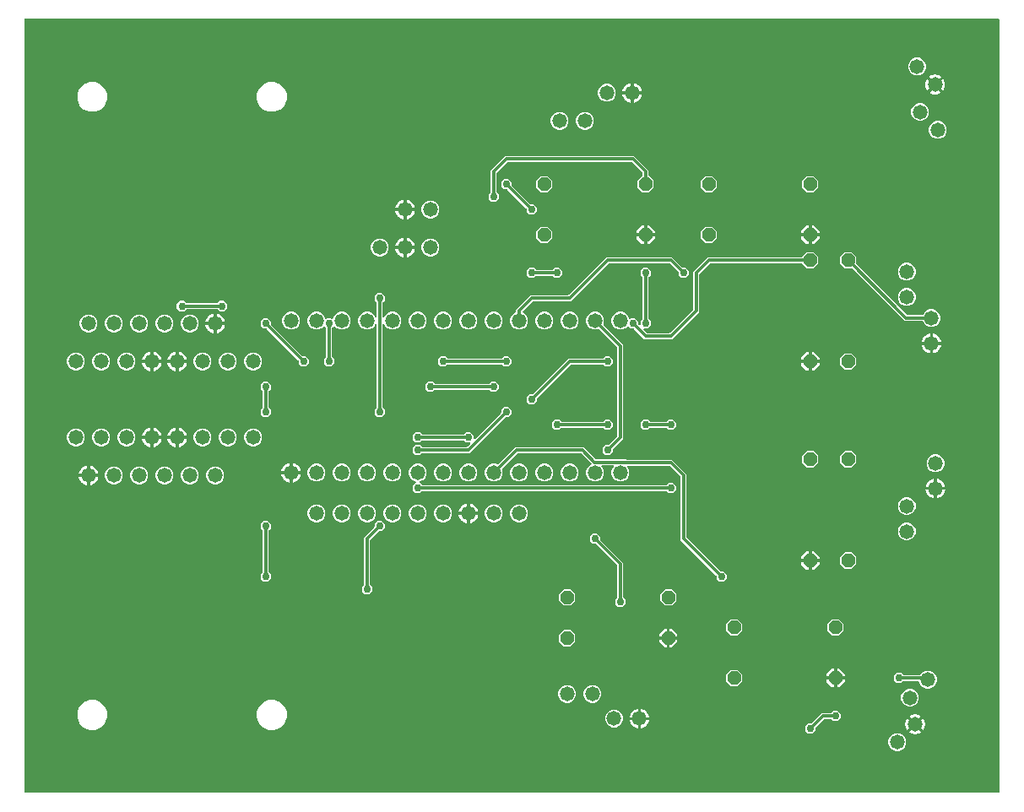
<source format=gbr>
G04 EAGLE Gerber X2 export*
G75*
%MOMM*%
%FSLAX34Y34*%
%LPD*%
%AMOC8*
5,1,8,0,0,1.08239X$1,22.5*%
G01*
%ADD10P,1.429621X8X22.500000*%
%ADD11P,1.429621X8X292.500000*%
%ADD12C,1.473200*%
%ADD13C,0.756400*%
%ADD14C,0.304800*%

G36*
X989098Y11942D02*
X989098Y11942D01*
X989117Y11940D01*
X989219Y11962D01*
X989321Y11979D01*
X989338Y11988D01*
X989358Y11992D01*
X989447Y12045D01*
X989538Y12094D01*
X989552Y12108D01*
X989569Y12118D01*
X989636Y12197D01*
X989708Y12272D01*
X989716Y12290D01*
X989729Y12305D01*
X989768Y12401D01*
X989811Y12495D01*
X989813Y12515D01*
X989821Y12533D01*
X989839Y12700D01*
X989839Y787400D01*
X989836Y787420D01*
X989838Y787439D01*
X989816Y787541D01*
X989800Y787643D01*
X989790Y787660D01*
X989786Y787680D01*
X989733Y787769D01*
X989684Y787860D01*
X989670Y787874D01*
X989660Y787891D01*
X989581Y787958D01*
X989506Y788030D01*
X989488Y788038D01*
X989473Y788051D01*
X989377Y788090D01*
X989283Y788133D01*
X989263Y788135D01*
X989245Y788143D01*
X989078Y788161D01*
X12700Y788161D01*
X12680Y788158D01*
X12661Y788160D01*
X12559Y788138D01*
X12457Y788122D01*
X12440Y788112D01*
X12420Y788108D01*
X12331Y788055D01*
X12240Y788006D01*
X12226Y787992D01*
X12209Y787982D01*
X12142Y787903D01*
X12071Y787828D01*
X12062Y787810D01*
X12049Y787795D01*
X12010Y787699D01*
X11967Y787605D01*
X11965Y787585D01*
X11957Y787567D01*
X11939Y787400D01*
X11939Y12700D01*
X11942Y12680D01*
X11940Y12661D01*
X11962Y12559D01*
X11979Y12457D01*
X11988Y12440D01*
X11992Y12420D01*
X12045Y12331D01*
X12094Y12240D01*
X12108Y12226D01*
X12118Y12209D01*
X12197Y12142D01*
X12272Y12071D01*
X12290Y12062D01*
X12305Y12049D01*
X12401Y12010D01*
X12495Y11967D01*
X12515Y11965D01*
X12533Y11957D01*
X12700Y11939D01*
X989078Y11939D01*
X989098Y11942D01*
G37*
%LPC*%
G36*
X709002Y223293D02*
X709002Y223293D01*
X705893Y226402D01*
X705893Y229280D01*
X705879Y229370D01*
X705871Y229461D01*
X705859Y229491D01*
X705854Y229523D01*
X705811Y229603D01*
X705775Y229687D01*
X705749Y229719D01*
X705738Y229740D01*
X705715Y229762D01*
X705670Y229818D01*
X670051Y265437D01*
X670051Y328622D01*
X670048Y328640D01*
X670050Y328658D01*
X670035Y328727D01*
X670029Y328803D01*
X670017Y328833D01*
X670012Y328865D01*
X670001Y328884D01*
X669998Y328899D01*
X669966Y328953D01*
X669933Y329029D01*
X669907Y329061D01*
X669896Y329082D01*
X669878Y329100D01*
X669872Y329110D01*
X669862Y329118D01*
X669828Y329160D01*
X659360Y339628D01*
X659286Y339681D01*
X659217Y339741D01*
X659187Y339753D01*
X659160Y339772D01*
X659073Y339799D01*
X658989Y339833D01*
X658948Y339837D01*
X658925Y339844D01*
X658893Y339843D01*
X658822Y339851D01*
X617060Y339851D01*
X616989Y339840D01*
X616917Y339838D01*
X616869Y339820D01*
X616817Y339812D01*
X616754Y339778D01*
X616686Y339753D01*
X616646Y339721D01*
X616600Y339696D01*
X616550Y339644D01*
X616494Y339600D01*
X616466Y339556D01*
X616430Y339518D01*
X616400Y339453D01*
X616361Y339393D01*
X616349Y339342D01*
X616327Y339295D01*
X616319Y339224D01*
X616301Y339154D01*
X616305Y339102D01*
X616300Y339051D01*
X616315Y338980D01*
X616321Y338909D01*
X616341Y338861D01*
X616352Y338810D01*
X616389Y338749D01*
X616417Y338683D01*
X616462Y338627D01*
X616478Y338599D01*
X616496Y338584D01*
X616522Y338552D01*
X617137Y337936D01*
X618491Y334668D01*
X618491Y331132D01*
X617137Y327864D01*
X614636Y325363D01*
X611368Y324009D01*
X607832Y324009D01*
X604564Y325363D01*
X602063Y327864D01*
X600709Y331132D01*
X600709Y334668D01*
X602063Y337936D01*
X603092Y338966D01*
X603134Y339024D01*
X603184Y339076D01*
X603206Y339123D01*
X603236Y339165D01*
X603257Y339234D01*
X603287Y339299D01*
X603293Y339351D01*
X603308Y339401D01*
X603306Y339472D01*
X603314Y339543D01*
X603303Y339594D01*
X603302Y339646D01*
X603277Y339714D01*
X603262Y339784D01*
X603235Y339829D01*
X603217Y339877D01*
X603173Y339933D01*
X603136Y339995D01*
X603096Y340029D01*
X603064Y340069D01*
X603003Y340108D01*
X602949Y340155D01*
X602901Y340174D01*
X602857Y340202D01*
X602787Y340220D01*
X602721Y340247D01*
X602650Y340255D01*
X602618Y340263D01*
X602595Y340261D01*
X602554Y340265D01*
X591246Y340265D01*
X591175Y340254D01*
X591103Y340252D01*
X591055Y340234D01*
X591003Y340226D01*
X590940Y340192D01*
X590872Y340167D01*
X590832Y340135D01*
X590786Y340110D01*
X590736Y340058D01*
X590680Y340014D01*
X590652Y339970D01*
X590616Y339932D01*
X590586Y339867D01*
X590547Y339807D01*
X590535Y339756D01*
X590513Y339709D01*
X590505Y339638D01*
X590487Y339568D01*
X590491Y339516D01*
X590486Y339465D01*
X590501Y339394D01*
X590507Y339323D01*
X590527Y339275D01*
X590538Y339224D01*
X590575Y339163D01*
X590603Y339097D01*
X590648Y339041D01*
X590664Y339013D01*
X590682Y338998D01*
X590708Y338966D01*
X591737Y337936D01*
X593091Y334668D01*
X593091Y331132D01*
X591737Y327864D01*
X589236Y325363D01*
X585968Y324009D01*
X582432Y324009D01*
X579164Y325363D01*
X576663Y327864D01*
X575309Y331132D01*
X575309Y334668D01*
X576663Y337936D01*
X579164Y340437D01*
X580365Y340935D01*
X580404Y340959D01*
X580447Y340975D01*
X580508Y341023D01*
X580574Y341064D01*
X580603Y341100D01*
X580639Y341128D01*
X580681Y341194D01*
X580731Y341254D01*
X580747Y341297D01*
X580772Y341335D01*
X580791Y341411D01*
X580819Y341483D01*
X580821Y341529D01*
X580832Y341574D01*
X580826Y341651D01*
X580830Y341729D01*
X580817Y341773D01*
X580813Y341819D01*
X580783Y341891D01*
X580761Y341965D01*
X580735Y342003D01*
X580717Y342045D01*
X580631Y342152D01*
X580621Y342168D01*
X580617Y342171D01*
X580612Y342176D01*
X570460Y352328D01*
X570386Y352381D01*
X570317Y352441D01*
X570287Y352453D01*
X570260Y352472D01*
X570173Y352499D01*
X570089Y352533D01*
X570048Y352537D01*
X570025Y352544D01*
X569993Y352543D01*
X569922Y352551D01*
X506878Y352551D01*
X506788Y352537D01*
X506697Y352529D01*
X506667Y352517D01*
X506635Y352512D01*
X506555Y352469D01*
X506471Y352433D01*
X506439Y352407D01*
X506418Y352396D01*
X506396Y352373D01*
X506340Y352328D01*
X491027Y337016D01*
X490960Y336922D01*
X490889Y336827D01*
X490887Y336821D01*
X490884Y336816D01*
X490850Y336705D01*
X490813Y336593D01*
X490813Y336587D01*
X490811Y336581D01*
X490814Y336464D01*
X490815Y336347D01*
X490818Y336340D01*
X490818Y336335D01*
X490824Y336317D01*
X490862Y336186D01*
X491491Y334668D01*
X491491Y331132D01*
X490137Y327864D01*
X487636Y325363D01*
X484368Y324009D01*
X480832Y324009D01*
X477564Y325363D01*
X475063Y327864D01*
X473709Y331132D01*
X473709Y334668D01*
X475063Y337936D01*
X477564Y340437D01*
X480832Y341791D01*
X484368Y341791D01*
X485886Y341162D01*
X486000Y341136D01*
X486113Y341107D01*
X486119Y341107D01*
X486125Y341106D01*
X486242Y341117D01*
X486358Y341126D01*
X486364Y341128D01*
X486370Y341129D01*
X486478Y341177D01*
X486585Y341222D01*
X486590Y341227D01*
X486595Y341229D01*
X486609Y341242D01*
X486716Y341327D01*
X502028Y356640D01*
X504037Y358649D01*
X572763Y358649D01*
X584826Y346586D01*
X584900Y346533D01*
X584969Y346473D01*
X584999Y346461D01*
X585026Y346442D01*
X585113Y346415D01*
X585197Y346381D01*
X585238Y346377D01*
X585261Y346370D01*
X585293Y346371D01*
X585364Y346363D01*
X615176Y346363D01*
X615368Y346172D01*
X615441Y346119D01*
X615511Y346059D01*
X615541Y346047D01*
X615567Y346028D01*
X615654Y346001D01*
X615739Y345967D01*
X615780Y345963D01*
X615802Y345956D01*
X615835Y345957D01*
X615906Y345949D01*
X661663Y345949D01*
X676149Y331463D01*
X676149Y268278D01*
X676163Y268188D01*
X676171Y268097D01*
X676183Y268067D01*
X676188Y268035D01*
X676231Y267955D01*
X676267Y267871D01*
X676293Y267839D01*
X676304Y267818D01*
X676327Y267796D01*
X676372Y267740D01*
X709982Y234130D01*
X710056Y234077D01*
X710125Y234017D01*
X710155Y234005D01*
X710182Y233986D01*
X710269Y233959D01*
X710353Y233925D01*
X710394Y233921D01*
X710417Y233914D01*
X710449Y233915D01*
X710520Y233907D01*
X713398Y233907D01*
X716507Y230798D01*
X716507Y226402D01*
X713398Y223293D01*
X709002Y223293D01*
G37*
%LPD*%
%LPC*%
G36*
X633737Y466851D02*
X633737Y466851D01*
X623518Y477070D01*
X623444Y477123D01*
X623375Y477183D01*
X623345Y477195D01*
X623318Y477214D01*
X623231Y477241D01*
X623147Y477275D01*
X623106Y477279D01*
X623083Y477286D01*
X623051Y477285D01*
X622980Y477293D01*
X620102Y477293D01*
X617673Y479723D01*
X617656Y479734D01*
X617644Y479750D01*
X617557Y479806D01*
X617473Y479866D01*
X617454Y479872D01*
X617437Y479883D01*
X617337Y479908D01*
X617238Y479939D01*
X617218Y479938D01*
X617198Y479943D01*
X617096Y479935D01*
X616992Y479932D01*
X616973Y479925D01*
X616953Y479924D01*
X616858Y479883D01*
X616761Y479848D01*
X616745Y479835D01*
X616727Y479827D01*
X616596Y479723D01*
X614636Y477763D01*
X611368Y476409D01*
X607832Y476409D01*
X604564Y477763D01*
X602063Y480264D01*
X600709Y483532D01*
X600709Y487068D01*
X602063Y490336D01*
X604564Y492837D01*
X607832Y494191D01*
X611368Y494191D01*
X614636Y492837D01*
X617137Y490336D01*
X618281Y487575D01*
X618305Y487535D01*
X618321Y487492D01*
X618370Y487432D01*
X618411Y487365D01*
X618446Y487336D01*
X618475Y487300D01*
X618540Y487258D01*
X618600Y487209D01*
X618643Y487192D01*
X618682Y487167D01*
X618757Y487148D01*
X618830Y487120D01*
X618876Y487119D01*
X618920Y487107D01*
X618998Y487113D01*
X619076Y487110D01*
X619120Y487123D01*
X619165Y487126D01*
X619237Y487157D01*
X619312Y487179D01*
X619350Y487205D01*
X619392Y487223D01*
X619498Y487308D01*
X619514Y487319D01*
X619517Y487323D01*
X619523Y487328D01*
X620102Y487907D01*
X624498Y487907D01*
X627607Y484798D01*
X627607Y481920D01*
X627621Y481830D01*
X627629Y481739D01*
X627641Y481709D01*
X627646Y481677D01*
X627689Y481597D01*
X627725Y481513D01*
X627751Y481481D01*
X627762Y481460D01*
X627785Y481438D01*
X627830Y481382D01*
X628394Y480818D01*
X628452Y480776D01*
X628504Y480727D01*
X628551Y480705D01*
X628593Y480674D01*
X628662Y480653D01*
X628727Y480623D01*
X628779Y480617D01*
X628829Y480602D01*
X628900Y480604D01*
X628971Y480596D01*
X629022Y480607D01*
X629074Y480608D01*
X629142Y480633D01*
X629212Y480648D01*
X629257Y480675D01*
X629305Y480693D01*
X629361Y480738D01*
X629423Y480774D01*
X629457Y480814D01*
X629497Y480846D01*
X629536Y480907D01*
X629583Y480961D01*
X629602Y481010D01*
X629630Y481053D01*
X629648Y481123D01*
X629675Y481189D01*
X629683Y481261D01*
X629691Y481292D01*
X629689Y481315D01*
X629693Y481356D01*
X629693Y484798D01*
X631728Y486833D01*
X631781Y486907D01*
X631841Y486977D01*
X631853Y487007D01*
X631872Y487033D01*
X631899Y487120D01*
X631933Y487205D01*
X631937Y487246D01*
X631944Y487268D01*
X631943Y487300D01*
X631951Y487371D01*
X631951Y528629D01*
X631937Y528719D01*
X631929Y528810D01*
X631917Y528839D01*
X631912Y528871D01*
X631869Y528952D01*
X631833Y529036D01*
X631807Y529068D01*
X631796Y529089D01*
X631773Y529111D01*
X631728Y529167D01*
X629693Y531202D01*
X629693Y535598D01*
X632802Y538707D01*
X637198Y538707D01*
X640307Y535598D01*
X640307Y531202D01*
X638272Y529167D01*
X638219Y529093D01*
X638159Y529023D01*
X638147Y528993D01*
X638128Y528967D01*
X638101Y528880D01*
X638067Y528795D01*
X638063Y528754D01*
X638056Y528732D01*
X638057Y528700D01*
X638049Y528629D01*
X638049Y487371D01*
X638063Y487281D01*
X638071Y487190D01*
X638083Y487161D01*
X638088Y487129D01*
X638131Y487048D01*
X638167Y486964D01*
X638193Y486932D01*
X638204Y486911D01*
X638227Y486889D01*
X638272Y486833D01*
X640307Y484798D01*
X640307Y480402D01*
X637198Y477293D01*
X633756Y477293D01*
X633685Y477282D01*
X633614Y477280D01*
X633565Y477262D01*
X633513Y477254D01*
X633450Y477220D01*
X633383Y477195D01*
X633342Y477163D01*
X633296Y477138D01*
X633247Y477086D01*
X633191Y477042D01*
X633162Y476998D01*
X633127Y476960D01*
X633096Y476895D01*
X633058Y476835D01*
X633045Y476784D01*
X633023Y476737D01*
X633015Y476666D01*
X632998Y476596D01*
X633002Y476544D01*
X632996Y476493D01*
X633011Y476422D01*
X633017Y476351D01*
X633037Y476303D01*
X633048Y476252D01*
X633085Y476191D01*
X633113Y476125D01*
X633158Y476069D01*
X633174Y476041D01*
X633192Y476026D01*
X633218Y475994D01*
X636040Y473172D01*
X636114Y473119D01*
X636183Y473059D01*
X636213Y473047D01*
X636240Y473028D01*
X636327Y473001D01*
X636411Y472967D01*
X636452Y472963D01*
X636475Y472956D01*
X636507Y472957D01*
X636578Y472949D01*
X658822Y472949D01*
X658912Y472963D01*
X659003Y472971D01*
X659033Y472983D01*
X659065Y472988D01*
X659145Y473031D01*
X659229Y473067D01*
X659261Y473093D01*
X659282Y473104D01*
X659304Y473127D01*
X659360Y473172D01*
X682528Y496340D01*
X682574Y496403D01*
X682596Y496427D01*
X682601Y496436D01*
X682641Y496483D01*
X682653Y496513D01*
X682672Y496540D01*
X682699Y496627D01*
X682733Y496711D01*
X682737Y496752D01*
X682744Y496775D01*
X682743Y496807D01*
X682751Y496878D01*
X682751Y534663D01*
X697237Y549149D01*
X791338Y549149D01*
X791428Y549163D01*
X791519Y549171D01*
X791548Y549183D01*
X791580Y549188D01*
X791661Y549231D01*
X791745Y549267D01*
X791777Y549293D01*
X791798Y549304D01*
X791820Y549327D01*
X791876Y549372D01*
X796733Y554229D01*
X803467Y554229D01*
X808229Y549467D01*
X808229Y542733D01*
X803467Y537971D01*
X796733Y537971D01*
X791876Y542828D01*
X791802Y542881D01*
X791733Y542941D01*
X791702Y542953D01*
X791676Y542972D01*
X791589Y542999D01*
X791504Y543033D01*
X791463Y543037D01*
X791441Y543044D01*
X791409Y543043D01*
X791338Y543051D01*
X700078Y543051D01*
X699988Y543037D01*
X699897Y543029D01*
X699867Y543017D01*
X699835Y543012D01*
X699755Y542969D01*
X699671Y542933D01*
X699639Y542907D01*
X699618Y542896D01*
X699596Y542873D01*
X699540Y542828D01*
X689072Y532360D01*
X689019Y532286D01*
X688959Y532217D01*
X688947Y532187D01*
X688928Y532160D01*
X688901Y532073D01*
X688867Y531989D01*
X688863Y531948D01*
X688856Y531925D01*
X688857Y531893D01*
X688849Y531822D01*
X688849Y494037D01*
X661663Y466851D01*
X633737Y466851D01*
G37*
%LPD*%
%LPC*%
G36*
X404202Y312193D02*
X404202Y312193D01*
X401093Y315302D01*
X401093Y319698D01*
X404372Y322977D01*
X404399Y323015D01*
X404433Y323046D01*
X404471Y323114D01*
X404516Y323177D01*
X404529Y323221D01*
X404552Y323261D01*
X404565Y323338D01*
X404588Y323412D01*
X404587Y323458D01*
X404595Y323503D01*
X404584Y323580D01*
X404582Y323658D01*
X404566Y323701D01*
X404560Y323747D01*
X404524Y323816D01*
X404498Y323889D01*
X404469Y323925D01*
X404448Y323966D01*
X404392Y324020D01*
X404344Y324081D01*
X404305Y324106D01*
X404272Y324138D01*
X404153Y324204D01*
X404137Y324214D01*
X404132Y324215D01*
X404125Y324219D01*
X401364Y325363D01*
X398863Y327864D01*
X397509Y331132D01*
X397509Y334668D01*
X398863Y337936D01*
X401364Y340437D01*
X404632Y341791D01*
X408168Y341791D01*
X411436Y340437D01*
X413937Y337936D01*
X415291Y334668D01*
X415291Y331132D01*
X413937Y327864D01*
X411436Y325363D01*
X408675Y324219D01*
X408635Y324195D01*
X408592Y324179D01*
X408532Y324130D01*
X408465Y324089D01*
X408436Y324054D01*
X408400Y324025D01*
X408358Y323960D01*
X408309Y323900D01*
X408292Y323857D01*
X408267Y323818D01*
X408248Y323743D01*
X408220Y323670D01*
X408219Y323624D01*
X408207Y323580D01*
X408213Y323502D01*
X408210Y323424D01*
X408223Y323380D01*
X408226Y323335D01*
X408257Y323263D01*
X408279Y323188D01*
X408305Y323150D01*
X408323Y323108D01*
X408408Y323002D01*
X408419Y322986D01*
X408423Y322983D01*
X408428Y322977D01*
X410633Y320772D01*
X410707Y320719D01*
X410777Y320659D01*
X410807Y320647D01*
X410833Y320628D01*
X410920Y320601D01*
X411005Y320567D01*
X411046Y320563D01*
X411068Y320556D01*
X411100Y320557D01*
X411171Y320549D01*
X655629Y320549D01*
X655719Y320563D01*
X655810Y320571D01*
X655839Y320583D01*
X655871Y320588D01*
X655952Y320631D01*
X656036Y320667D01*
X656068Y320693D01*
X656089Y320704D01*
X656111Y320727D01*
X656167Y320772D01*
X658202Y322807D01*
X662598Y322807D01*
X665707Y319698D01*
X665707Y315302D01*
X662598Y312193D01*
X658202Y312193D01*
X656167Y314228D01*
X656093Y314281D01*
X656023Y314341D01*
X655993Y314353D01*
X655967Y314372D01*
X655880Y314399D01*
X655795Y314433D01*
X655754Y314437D01*
X655732Y314444D01*
X655700Y314443D01*
X655629Y314451D01*
X411171Y314451D01*
X411081Y314437D01*
X410990Y314429D01*
X410961Y314417D01*
X410929Y314412D01*
X410848Y314369D01*
X410764Y314333D01*
X410732Y314307D01*
X410711Y314296D01*
X410689Y314273D01*
X410633Y314228D01*
X408598Y312193D01*
X404202Y312193D01*
G37*
%LPD*%
%LPC*%
G36*
X506232Y476409D02*
X506232Y476409D01*
X502964Y477763D01*
X500463Y480264D01*
X499109Y483532D01*
X499109Y487068D01*
X500463Y490336D01*
X502964Y492837D01*
X504481Y493466D01*
X504581Y493527D01*
X504681Y493587D01*
X504685Y493592D01*
X504690Y493595D01*
X504765Y493685D01*
X504841Y493774D01*
X504843Y493780D01*
X504847Y493785D01*
X504889Y493893D01*
X504933Y494002D01*
X504934Y494010D01*
X504935Y494014D01*
X504936Y494033D01*
X504951Y494169D01*
X504951Y496563D01*
X519437Y511049D01*
X557222Y511049D01*
X557312Y511063D01*
X557403Y511071D01*
X557433Y511083D01*
X557465Y511088D01*
X557545Y511131D01*
X557629Y511167D01*
X557661Y511193D01*
X557682Y511204D01*
X557704Y511227D01*
X557760Y511272D01*
X595637Y549149D01*
X661663Y549149D01*
X671882Y538930D01*
X671956Y538877D01*
X672025Y538817D01*
X672055Y538805D01*
X672082Y538786D01*
X672169Y538759D01*
X672253Y538725D01*
X672294Y538721D01*
X672317Y538714D01*
X672349Y538715D01*
X672420Y538707D01*
X675298Y538707D01*
X678407Y535598D01*
X678407Y531202D01*
X675298Y528093D01*
X670902Y528093D01*
X667793Y531202D01*
X667793Y534080D01*
X667779Y534170D01*
X667771Y534261D01*
X667759Y534291D01*
X667754Y534323D01*
X667711Y534403D01*
X667675Y534487D01*
X667649Y534519D01*
X667638Y534540D01*
X667615Y534562D01*
X667570Y534618D01*
X659360Y542828D01*
X659286Y542881D01*
X659217Y542941D01*
X659187Y542953D01*
X659160Y542972D01*
X659073Y542999D01*
X658989Y543033D01*
X658948Y543037D01*
X658925Y543044D01*
X658893Y543043D01*
X658822Y543051D01*
X598478Y543051D01*
X598388Y543037D01*
X598297Y543029D01*
X598267Y543017D01*
X598235Y543012D01*
X598155Y542969D01*
X598071Y542933D01*
X598039Y542907D01*
X598018Y542896D01*
X597996Y542873D01*
X597940Y542828D01*
X560063Y504951D01*
X522278Y504951D01*
X522188Y504937D01*
X522097Y504929D01*
X522067Y504917D01*
X522035Y504912D01*
X521955Y504869D01*
X521871Y504833D01*
X521839Y504807D01*
X521818Y504796D01*
X521796Y504773D01*
X521740Y504728D01*
X511588Y494576D01*
X511561Y494539D01*
X511527Y494508D01*
X511490Y494440D01*
X511444Y494377D01*
X511431Y494333D01*
X511409Y494293D01*
X511395Y494216D01*
X511372Y494142D01*
X511373Y494096D01*
X511365Y494050D01*
X511376Y493973D01*
X511378Y493896D01*
X511394Y493853D01*
X511401Y493807D01*
X511436Y493738D01*
X511463Y493665D01*
X511492Y493629D01*
X511512Y493588D01*
X511568Y493533D01*
X511617Y493473D01*
X511655Y493448D01*
X511688Y493416D01*
X511808Y493350D01*
X511823Y493340D01*
X511828Y493338D01*
X511835Y493335D01*
X513036Y492837D01*
X515537Y490336D01*
X516891Y487068D01*
X516891Y483532D01*
X515537Y480264D01*
X513036Y477763D01*
X509768Y476409D01*
X506232Y476409D01*
G37*
%LPD*%
%LPC*%
G36*
X480402Y604293D02*
X480402Y604293D01*
X477293Y607402D01*
X477293Y611798D01*
X479328Y613833D01*
X479381Y613907D01*
X479441Y613977D01*
X479453Y614007D01*
X479472Y614033D01*
X479499Y614120D01*
X479533Y614205D01*
X479537Y614246D01*
X479544Y614268D01*
X479543Y614300D01*
X479551Y614371D01*
X479551Y636263D01*
X494037Y650749D01*
X623563Y650749D01*
X638049Y636263D01*
X638049Y631062D01*
X638063Y630972D01*
X638071Y630881D01*
X638083Y630852D01*
X638088Y630820D01*
X638131Y630739D01*
X638167Y630655D01*
X638193Y630623D01*
X638204Y630602D01*
X638227Y630580D01*
X638272Y630524D01*
X643129Y625667D01*
X643129Y618933D01*
X638367Y614171D01*
X631633Y614171D01*
X626871Y618933D01*
X626871Y625667D01*
X631728Y630524D01*
X631781Y630598D01*
X631841Y630667D01*
X631853Y630698D01*
X631872Y630724D01*
X631899Y630811D01*
X631933Y630896D01*
X631937Y630937D01*
X631944Y630959D01*
X631943Y630991D01*
X631951Y631062D01*
X631951Y633422D01*
X631937Y633512D01*
X631929Y633603D01*
X631917Y633633D01*
X631912Y633665D01*
X631869Y633745D01*
X631833Y633829D01*
X631807Y633861D01*
X631796Y633882D01*
X631773Y633904D01*
X631728Y633960D01*
X621260Y644428D01*
X621186Y644481D01*
X621117Y644541D01*
X621087Y644553D01*
X621060Y644572D01*
X620973Y644599D01*
X620889Y644633D01*
X620848Y644637D01*
X620825Y644644D01*
X620793Y644643D01*
X620722Y644651D01*
X496878Y644651D01*
X496788Y644637D01*
X496697Y644629D01*
X496667Y644617D01*
X496635Y644612D01*
X496555Y644569D01*
X496471Y644533D01*
X496439Y644507D01*
X496418Y644496D01*
X496396Y644473D01*
X496340Y644428D01*
X485872Y633960D01*
X485819Y633886D01*
X485759Y633817D01*
X485747Y633787D01*
X485728Y633760D01*
X485701Y633673D01*
X485667Y633589D01*
X485663Y633548D01*
X485656Y633525D01*
X485657Y633493D01*
X485649Y633422D01*
X485649Y614371D01*
X485663Y614281D01*
X485671Y614190D01*
X485683Y614161D01*
X485688Y614129D01*
X485731Y614048D01*
X485767Y613964D01*
X485793Y613932D01*
X485804Y613911D01*
X485827Y613889D01*
X485872Y613833D01*
X487907Y611798D01*
X487907Y607402D01*
X484798Y604293D01*
X480402Y604293D01*
G37*
%LPD*%
%LPC*%
G36*
X366102Y388393D02*
X366102Y388393D01*
X362993Y391502D01*
X362993Y395898D01*
X365028Y397933D01*
X365081Y398007D01*
X365141Y398077D01*
X365153Y398107D01*
X365172Y398133D01*
X365199Y398220D01*
X365233Y398305D01*
X365237Y398346D01*
X365244Y398368D01*
X365243Y398400D01*
X365251Y398471D01*
X365251Y481541D01*
X365236Y481637D01*
X365226Y481734D01*
X365216Y481758D01*
X365212Y481783D01*
X365166Y481869D01*
X365126Y481958D01*
X365109Y481978D01*
X365096Y482001D01*
X365026Y482068D01*
X364960Y482139D01*
X364937Y482152D01*
X364918Y482170D01*
X364830Y482211D01*
X364744Y482258D01*
X364719Y482263D01*
X364695Y482274D01*
X364598Y482284D01*
X364502Y482302D01*
X364476Y482298D01*
X364451Y482301D01*
X364355Y482280D01*
X364259Y482266D01*
X364236Y482254D01*
X364210Y482249D01*
X364127Y482199D01*
X364040Y482154D01*
X364021Y482136D01*
X363999Y482122D01*
X363936Y482048D01*
X363868Y481979D01*
X363852Y481950D01*
X363839Y481935D01*
X363827Y481905D01*
X363787Y481832D01*
X363137Y480264D01*
X360636Y477763D01*
X357368Y476409D01*
X353832Y476409D01*
X350564Y477763D01*
X348063Y480264D01*
X346709Y483532D01*
X346709Y487068D01*
X348063Y490336D01*
X350564Y492837D01*
X353832Y494191D01*
X357368Y494191D01*
X360636Y492837D01*
X363137Y490336D01*
X363787Y488768D01*
X363838Y488685D01*
X363884Y488599D01*
X363902Y488581D01*
X363916Y488559D01*
X363992Y488497D01*
X364062Y488430D01*
X364086Y488419D01*
X364106Y488402D01*
X364197Y488367D01*
X364285Y488326D01*
X364311Y488323D01*
X364335Y488314D01*
X364433Y488310D01*
X364529Y488299D01*
X364555Y488305D01*
X364581Y488304D01*
X364675Y488331D01*
X364770Y488351D01*
X364792Y488365D01*
X364817Y488372D01*
X364897Y488428D01*
X364981Y488478D01*
X364998Y488497D01*
X365019Y488512D01*
X365078Y488591D01*
X365141Y488665D01*
X365151Y488689D01*
X365166Y488710D01*
X365196Y488802D01*
X365233Y488893D01*
X365236Y488925D01*
X365242Y488944D01*
X365242Y488977D01*
X365251Y489059D01*
X365251Y503229D01*
X365237Y503319D01*
X365229Y503410D01*
X365217Y503439D01*
X365212Y503471D01*
X365169Y503552D01*
X365133Y503636D01*
X365107Y503668D01*
X365096Y503689D01*
X365073Y503711D01*
X365028Y503767D01*
X362993Y505802D01*
X362993Y510198D01*
X366102Y513307D01*
X370498Y513307D01*
X373607Y510198D01*
X373607Y505802D01*
X371572Y503767D01*
X371519Y503693D01*
X371459Y503623D01*
X371447Y503593D01*
X371428Y503567D01*
X371401Y503480D01*
X371367Y503395D01*
X371363Y503354D01*
X371356Y503332D01*
X371357Y503300D01*
X371349Y503229D01*
X371349Y489059D01*
X371364Y488963D01*
X371374Y488866D01*
X371384Y488842D01*
X371388Y488817D01*
X371434Y488731D01*
X371474Y488642D01*
X371491Y488622D01*
X371504Y488599D01*
X371574Y488532D01*
X371640Y488461D01*
X371663Y488448D01*
X371682Y488430D01*
X371770Y488389D01*
X371856Y488342D01*
X371881Y488337D01*
X371905Y488326D01*
X372002Y488316D01*
X372098Y488298D01*
X372124Y488302D01*
X372149Y488299D01*
X372245Y488320D01*
X372341Y488334D01*
X372364Y488346D01*
X372390Y488351D01*
X372473Y488401D01*
X372560Y488446D01*
X372579Y488464D01*
X372601Y488478D01*
X372664Y488552D01*
X372732Y488621D01*
X372748Y488650D01*
X372761Y488665D01*
X372773Y488695D01*
X372813Y488768D01*
X373463Y490336D01*
X375964Y492837D01*
X379232Y494191D01*
X382768Y494191D01*
X386036Y492837D01*
X388537Y490336D01*
X389891Y487068D01*
X389891Y483532D01*
X388537Y480264D01*
X386036Y477763D01*
X382768Y476409D01*
X379232Y476409D01*
X375964Y477763D01*
X373463Y480264D01*
X372813Y481832D01*
X372762Y481915D01*
X372716Y482001D01*
X372698Y482019D01*
X372684Y482041D01*
X372608Y482103D01*
X372538Y482170D01*
X372514Y482181D01*
X372494Y482198D01*
X372403Y482233D01*
X372315Y482274D01*
X372289Y482277D01*
X372265Y482286D01*
X372167Y482290D01*
X372071Y482301D01*
X372045Y482295D01*
X372019Y482296D01*
X371925Y482269D01*
X371830Y482249D01*
X371808Y482235D01*
X371783Y482228D01*
X371703Y482172D01*
X371619Y482122D01*
X371602Y482103D01*
X371581Y482088D01*
X371522Y482009D01*
X371459Y481935D01*
X371449Y481911D01*
X371434Y481890D01*
X371404Y481798D01*
X371367Y481707D01*
X371364Y481675D01*
X371358Y481656D01*
X371358Y481623D01*
X371349Y481541D01*
X371349Y398471D01*
X371363Y398381D01*
X371371Y398290D01*
X371383Y398261D01*
X371388Y398229D01*
X371431Y398148D01*
X371467Y398064D01*
X371493Y398032D01*
X371504Y398011D01*
X371527Y397989D01*
X371572Y397933D01*
X373607Y395898D01*
X373607Y391502D01*
X370498Y388393D01*
X366102Y388393D01*
G37*
%LPD*%
%LPC*%
G36*
X404202Y350293D02*
X404202Y350293D01*
X401093Y353402D01*
X401093Y357798D01*
X404202Y360907D01*
X408598Y360907D01*
X410633Y358872D01*
X410707Y358819D01*
X410777Y358759D01*
X410807Y358747D01*
X410833Y358728D01*
X410920Y358701D01*
X411005Y358667D01*
X411046Y358663D01*
X411068Y358656D01*
X411100Y358657D01*
X411171Y358649D01*
X455622Y358649D01*
X455712Y358663D01*
X455803Y358671D01*
X455833Y358683D01*
X455865Y358688D01*
X455945Y358731D01*
X456029Y358767D01*
X456061Y358793D01*
X456082Y358804D01*
X456104Y358827D01*
X456160Y358872D01*
X458982Y361694D01*
X459024Y361752D01*
X459073Y361804D01*
X459095Y361851D01*
X459126Y361893D01*
X459147Y361962D01*
X459177Y362027D01*
X459183Y362079D01*
X459198Y362129D01*
X459196Y362200D01*
X459204Y362271D01*
X459193Y362322D01*
X459192Y362374D01*
X459167Y362442D01*
X459152Y362512D01*
X459125Y362557D01*
X459107Y362605D01*
X459062Y362661D01*
X459026Y362723D01*
X458986Y362757D01*
X458954Y362797D01*
X458893Y362836D01*
X458839Y362883D01*
X458790Y362902D01*
X458747Y362930D01*
X458677Y362948D01*
X458611Y362975D01*
X458539Y362983D01*
X458508Y362991D01*
X458485Y362989D01*
X458444Y362993D01*
X455002Y362993D01*
X452967Y365028D01*
X452893Y365081D01*
X452823Y365141D01*
X452793Y365153D01*
X452767Y365172D01*
X452680Y365199D01*
X452595Y365233D01*
X452554Y365237D01*
X452532Y365244D01*
X452500Y365243D01*
X452429Y365251D01*
X411171Y365251D01*
X411081Y365237D01*
X410990Y365229D01*
X410961Y365217D01*
X410929Y365212D01*
X410848Y365169D01*
X410764Y365133D01*
X410732Y365107D01*
X410711Y365096D01*
X410689Y365073D01*
X410633Y365028D01*
X408598Y362993D01*
X404202Y362993D01*
X401093Y366102D01*
X401093Y370498D01*
X404202Y373607D01*
X408598Y373607D01*
X410633Y371572D01*
X410707Y371519D01*
X410777Y371459D01*
X410807Y371447D01*
X410833Y371428D01*
X410920Y371401D01*
X411005Y371367D01*
X411046Y371363D01*
X411068Y371356D01*
X411100Y371357D01*
X411171Y371349D01*
X452429Y371349D01*
X452519Y371363D01*
X452610Y371371D01*
X452639Y371383D01*
X452671Y371388D01*
X452752Y371431D01*
X452836Y371467D01*
X452868Y371493D01*
X452889Y371504D01*
X452911Y371527D01*
X452967Y371572D01*
X455002Y373607D01*
X459398Y373607D01*
X462507Y370498D01*
X462507Y367056D01*
X462518Y366985D01*
X462520Y366914D01*
X462538Y366865D01*
X462546Y366813D01*
X462580Y366750D01*
X462605Y366683D01*
X462637Y366642D01*
X462662Y366596D01*
X462714Y366547D01*
X462758Y366491D01*
X462802Y366462D01*
X462840Y366427D01*
X462905Y366396D01*
X462965Y366358D01*
X463016Y366345D01*
X463063Y366323D01*
X463134Y366315D01*
X463204Y366298D01*
X463256Y366302D01*
X463307Y366296D01*
X463378Y366311D01*
X463449Y366317D01*
X463497Y366337D01*
X463548Y366348D01*
X463609Y366385D01*
X463675Y366413D01*
X463731Y366458D01*
X463759Y366474D01*
X463774Y366492D01*
X463806Y366518D01*
X489770Y392482D01*
X489823Y392556D01*
X489883Y392625D01*
X489895Y392655D01*
X489914Y392682D01*
X489941Y392769D01*
X489975Y392853D01*
X489979Y392894D01*
X489986Y392917D01*
X489985Y392949D01*
X489993Y393020D01*
X489993Y395898D01*
X493102Y399007D01*
X497498Y399007D01*
X500607Y395898D01*
X500607Y391502D01*
X497498Y388393D01*
X494620Y388393D01*
X494530Y388379D01*
X494439Y388371D01*
X494409Y388359D01*
X494377Y388354D01*
X494297Y388311D01*
X494213Y388275D01*
X494181Y388249D01*
X494160Y388238D01*
X494138Y388215D01*
X494082Y388170D01*
X458463Y352551D01*
X411171Y352551D01*
X411081Y352537D01*
X410990Y352529D01*
X410961Y352517D01*
X410929Y352512D01*
X410848Y352469D01*
X410764Y352433D01*
X410732Y352407D01*
X410711Y352396D01*
X410689Y352373D01*
X410633Y352328D01*
X408598Y350293D01*
X404202Y350293D01*
G37*
%LPD*%
%LPC*%
G36*
X594702Y350293D02*
X594702Y350293D01*
X591593Y353402D01*
X591593Y357798D01*
X594702Y360907D01*
X597580Y360907D01*
X597670Y360921D01*
X597761Y360929D01*
X597791Y360941D01*
X597823Y360946D01*
X597903Y360989D01*
X597987Y361025D01*
X598019Y361051D01*
X598040Y361062D01*
X598062Y361085D01*
X598118Y361130D01*
X606328Y369340D01*
X606381Y369414D01*
X606441Y369483D01*
X606453Y369513D01*
X606472Y369540D01*
X606499Y369627D01*
X606533Y369711D01*
X606537Y369752D01*
X606544Y369775D01*
X606543Y369807D01*
X606551Y369878D01*
X606551Y458322D01*
X606537Y458412D01*
X606529Y458503D01*
X606517Y458533D01*
X606512Y458565D01*
X606469Y458645D01*
X606433Y458729D01*
X606407Y458761D01*
X606396Y458782D01*
X606373Y458804D01*
X606328Y458860D01*
X588316Y476873D01*
X588222Y476940D01*
X588127Y477011D01*
X588121Y477013D01*
X588116Y477016D01*
X588005Y477050D01*
X587893Y477087D01*
X587887Y477087D01*
X587881Y477089D01*
X587764Y477086D01*
X587647Y477085D01*
X587640Y477082D01*
X587635Y477082D01*
X587617Y477076D01*
X587486Y477038D01*
X585968Y476409D01*
X582432Y476409D01*
X579164Y477763D01*
X576663Y480264D01*
X575309Y483532D01*
X575309Y487068D01*
X576663Y490336D01*
X579164Y492837D01*
X582432Y494191D01*
X585968Y494191D01*
X589236Y492837D01*
X591737Y490336D01*
X593091Y487068D01*
X593091Y483532D01*
X592462Y482014D01*
X592435Y481900D01*
X592407Y481787D01*
X592407Y481781D01*
X592406Y481775D01*
X592417Y481658D01*
X592426Y481542D01*
X592428Y481536D01*
X592429Y481530D01*
X592477Y481422D01*
X592522Y481315D01*
X592527Y481310D01*
X592529Y481305D01*
X592542Y481291D01*
X592627Y481184D01*
X610640Y463172D01*
X612649Y461163D01*
X612649Y367037D01*
X602430Y356818D01*
X602377Y356744D01*
X602317Y356675D01*
X602305Y356645D01*
X602286Y356618D01*
X602259Y356531D01*
X602225Y356447D01*
X602221Y356406D01*
X602214Y356383D01*
X602215Y356351D01*
X602207Y356280D01*
X602207Y353402D01*
X599098Y350293D01*
X594702Y350293D01*
G37*
%LPD*%
%LPC*%
G36*
X919932Y479109D02*
X919932Y479109D01*
X916664Y480463D01*
X914163Y482964D01*
X913534Y484481D01*
X913473Y484581D01*
X913413Y484681D01*
X913408Y484685D01*
X913405Y484690D01*
X913315Y484765D01*
X913226Y484841D01*
X913220Y484843D01*
X913215Y484847D01*
X913107Y484889D01*
X912998Y484933D01*
X912990Y484934D01*
X912986Y484935D01*
X912967Y484936D01*
X912831Y484951D01*
X895037Y484951D01*
X842240Y537748D01*
X842166Y537801D01*
X842097Y537861D01*
X842067Y537873D01*
X842040Y537892D01*
X841953Y537919D01*
X841869Y537953D01*
X841828Y537957D01*
X841805Y537964D01*
X841773Y537963D01*
X841702Y537971D01*
X834833Y537971D01*
X830071Y542733D01*
X830071Y549467D01*
X834833Y554229D01*
X841567Y554229D01*
X846329Y549467D01*
X846329Y542598D01*
X846343Y542508D01*
X846351Y542417D01*
X846363Y542387D01*
X846368Y542355D01*
X846411Y542275D01*
X846447Y542191D01*
X846473Y542159D01*
X846484Y542138D01*
X846507Y542116D01*
X846552Y542060D01*
X897340Y491272D01*
X897414Y491219D01*
X897483Y491159D01*
X897513Y491147D01*
X897540Y491128D01*
X897627Y491101D01*
X897711Y491067D01*
X897752Y491063D01*
X897775Y491056D01*
X897807Y491057D01*
X897878Y491049D01*
X912831Y491049D01*
X912946Y491068D01*
X913062Y491085D01*
X913067Y491087D01*
X913074Y491088D01*
X913176Y491143D01*
X913281Y491196D01*
X913286Y491201D01*
X913291Y491204D01*
X913371Y491288D01*
X913453Y491372D01*
X913457Y491378D01*
X913460Y491382D01*
X913468Y491399D01*
X913534Y491519D01*
X914163Y493036D01*
X916664Y495537D01*
X919932Y496891D01*
X923468Y496891D01*
X926736Y495537D01*
X929237Y493036D01*
X930591Y489768D01*
X930591Y486232D01*
X929237Y482964D01*
X926736Y480463D01*
X923468Y479109D01*
X919932Y479109D01*
G37*
%LPD*%
%LPC*%
G36*
X315302Y439193D02*
X315302Y439193D01*
X312193Y442302D01*
X312193Y446698D01*
X314228Y448733D01*
X314281Y448807D01*
X314341Y448877D01*
X314353Y448907D01*
X314372Y448933D01*
X314399Y449020D01*
X314433Y449105D01*
X314437Y449146D01*
X314444Y449168D01*
X314443Y449200D01*
X314451Y449271D01*
X314451Y477829D01*
X314448Y477846D01*
X314450Y477863D01*
X314436Y477931D01*
X314429Y478010D01*
X314417Y478039D01*
X314412Y478071D01*
X314400Y478092D01*
X314398Y478104D01*
X314368Y478153D01*
X314333Y478236D01*
X314307Y478268D01*
X314296Y478289D01*
X314275Y478309D01*
X314272Y478315D01*
X314266Y478320D01*
X314228Y478367D01*
X312873Y479723D01*
X312856Y479734D01*
X312844Y479750D01*
X312757Y479806D01*
X312673Y479866D01*
X312654Y479872D01*
X312637Y479883D01*
X312537Y479908D01*
X312438Y479939D01*
X312418Y479938D01*
X312398Y479943D01*
X312296Y479935D01*
X312192Y479932D01*
X312173Y479925D01*
X312153Y479924D01*
X312058Y479883D01*
X311961Y479848D01*
X311945Y479835D01*
X311927Y479827D01*
X311796Y479723D01*
X309836Y477763D01*
X306568Y476409D01*
X303032Y476409D01*
X299764Y477763D01*
X297263Y480264D01*
X295909Y483532D01*
X295909Y487068D01*
X297263Y490336D01*
X299764Y492837D01*
X303032Y494191D01*
X306568Y494191D01*
X309836Y492837D01*
X312337Y490336D01*
X313481Y487575D01*
X313505Y487535D01*
X313521Y487492D01*
X313570Y487432D01*
X313611Y487365D01*
X313646Y487336D01*
X313675Y487300D01*
X313740Y487258D01*
X313800Y487209D01*
X313843Y487192D01*
X313882Y487167D01*
X313957Y487148D01*
X314030Y487120D01*
X314076Y487119D01*
X314120Y487107D01*
X314198Y487113D01*
X314276Y487110D01*
X314320Y487123D01*
X314365Y487126D01*
X314437Y487157D01*
X314512Y487179D01*
X314550Y487205D01*
X314592Y487223D01*
X314698Y487308D01*
X314714Y487319D01*
X314717Y487323D01*
X314723Y487328D01*
X315302Y487907D01*
X319698Y487907D01*
X320277Y487328D01*
X320315Y487301D01*
X320346Y487267D01*
X320414Y487229D01*
X320477Y487184D01*
X320521Y487171D01*
X320561Y487148D01*
X320638Y487135D01*
X320712Y487112D01*
X320758Y487113D01*
X320803Y487105D01*
X320880Y487116D01*
X320958Y487118D01*
X321001Y487134D01*
X321047Y487140D01*
X321116Y487176D01*
X321189Y487202D01*
X321225Y487231D01*
X321266Y487252D01*
X321320Y487308D01*
X321381Y487356D01*
X321406Y487395D01*
X321438Y487428D01*
X321504Y487547D01*
X321514Y487563D01*
X321515Y487568D01*
X321519Y487575D01*
X322663Y490336D01*
X325164Y492837D01*
X328432Y494191D01*
X331968Y494191D01*
X335236Y492837D01*
X337737Y490336D01*
X339091Y487068D01*
X339091Y483532D01*
X337737Y480264D01*
X335236Y477763D01*
X331968Y476409D01*
X328432Y476409D01*
X325164Y477763D01*
X323204Y479723D01*
X323188Y479734D01*
X323175Y479750D01*
X323088Y479806D01*
X323004Y479866D01*
X322985Y479872D01*
X322968Y479883D01*
X322868Y479908D01*
X322769Y479939D01*
X322749Y479938D01*
X322730Y479943D01*
X322627Y479935D01*
X322523Y479932D01*
X322505Y479925D01*
X322485Y479924D01*
X322390Y479883D01*
X322292Y479848D01*
X322277Y479835D01*
X322258Y479827D01*
X322127Y479723D01*
X320772Y478367D01*
X320719Y478293D01*
X320710Y478283D01*
X320680Y478252D01*
X320677Y478244D01*
X320659Y478223D01*
X320647Y478193D01*
X320628Y478167D01*
X320603Y478084D01*
X320577Y478029D01*
X320575Y478016D01*
X320567Y477995D01*
X320563Y477954D01*
X320556Y477932D01*
X320557Y477900D01*
X320549Y477829D01*
X320549Y449271D01*
X320563Y449181D01*
X320571Y449090D01*
X320583Y449061D01*
X320588Y449029D01*
X320631Y448948D01*
X320667Y448864D01*
X320693Y448832D01*
X320704Y448811D01*
X320727Y448789D01*
X320772Y448733D01*
X322807Y446698D01*
X322807Y442302D01*
X319698Y439193D01*
X315302Y439193D01*
G37*
%LPD*%
%LPC*%
G36*
X257019Y695013D02*
X257019Y695013D01*
X251511Y697295D01*
X247295Y701511D01*
X245013Y707019D01*
X245013Y712981D01*
X247295Y718489D01*
X251511Y722705D01*
X257019Y724987D01*
X262981Y724987D01*
X268489Y722705D01*
X272705Y718489D01*
X274987Y712981D01*
X274987Y707019D01*
X272705Y701511D01*
X268489Y697295D01*
X262981Y695013D01*
X257019Y695013D01*
G37*
%LPD*%
%LPC*%
G36*
X77019Y695013D02*
X77019Y695013D01*
X71511Y697295D01*
X67295Y701511D01*
X65013Y707019D01*
X65013Y712981D01*
X67295Y718489D01*
X71511Y722705D01*
X77019Y724987D01*
X82981Y724987D01*
X88489Y722705D01*
X92705Y718489D01*
X94987Y712981D01*
X94987Y707019D01*
X92705Y701511D01*
X88489Y697295D01*
X82981Y695013D01*
X77019Y695013D01*
G37*
%LPD*%
%LPC*%
G36*
X77019Y75013D02*
X77019Y75013D01*
X71511Y77295D01*
X67295Y81511D01*
X65013Y87019D01*
X65013Y92981D01*
X67295Y98489D01*
X71511Y102705D01*
X77019Y104987D01*
X82981Y104987D01*
X88489Y102705D01*
X92705Y98489D01*
X94987Y92981D01*
X94987Y87019D01*
X92705Y81511D01*
X88489Y77295D01*
X82981Y75013D01*
X77019Y75013D01*
G37*
%LPD*%
%LPC*%
G36*
X257019Y75013D02*
X257019Y75013D01*
X251511Y77295D01*
X247295Y81511D01*
X245013Y87019D01*
X245013Y92981D01*
X247295Y98489D01*
X251511Y102705D01*
X257019Y104987D01*
X262981Y104987D01*
X268489Y102705D01*
X272705Y98489D01*
X274987Y92981D01*
X274987Y87019D01*
X272705Y81511D01*
X268489Y77295D01*
X262981Y75013D01*
X257019Y75013D01*
G37*
%LPD*%
%LPC*%
G36*
X518502Y401093D02*
X518502Y401093D01*
X515393Y404202D01*
X515393Y408598D01*
X518502Y411707D01*
X521380Y411707D01*
X521470Y411721D01*
X521561Y411729D01*
X521591Y411741D01*
X521623Y411746D01*
X521703Y411789D01*
X521787Y411825D01*
X521819Y411851D01*
X521840Y411862D01*
X521862Y411885D01*
X521918Y411930D01*
X557537Y447549D01*
X592129Y447549D01*
X592219Y447563D01*
X592310Y447571D01*
X592339Y447583D01*
X592371Y447588D01*
X592452Y447631D01*
X592536Y447667D01*
X592568Y447693D01*
X592589Y447704D01*
X592611Y447727D01*
X592667Y447772D01*
X594702Y449807D01*
X599098Y449807D01*
X602207Y446698D01*
X602207Y442302D01*
X599098Y439193D01*
X594702Y439193D01*
X592667Y441228D01*
X592593Y441281D01*
X592523Y441341D01*
X592493Y441353D01*
X592467Y441372D01*
X592380Y441399D01*
X592295Y441433D01*
X592254Y441437D01*
X592232Y441444D01*
X592200Y441443D01*
X592129Y441451D01*
X560378Y441451D01*
X560288Y441437D01*
X560197Y441429D01*
X560167Y441417D01*
X560135Y441412D01*
X560055Y441369D01*
X559971Y441333D01*
X559939Y441307D01*
X559918Y441296D01*
X559896Y441273D01*
X559840Y441228D01*
X526230Y407618D01*
X526177Y407544D01*
X526117Y407475D01*
X526105Y407445D01*
X526086Y407418D01*
X526059Y407331D01*
X526025Y407247D01*
X526021Y407206D01*
X526014Y407183D01*
X526015Y407151D01*
X526007Y407080D01*
X526007Y404202D01*
X522898Y401093D01*
X518502Y401093D01*
G37*
%LPD*%
%LPC*%
G36*
X607402Y197893D02*
X607402Y197893D01*
X604293Y201002D01*
X604293Y205398D01*
X606328Y207433D01*
X606381Y207507D01*
X606441Y207577D01*
X606453Y207607D01*
X606472Y207633D01*
X606499Y207720D01*
X606533Y207805D01*
X606537Y207846D01*
X606544Y207868D01*
X606543Y207900D01*
X606551Y207971D01*
X606551Y239722D01*
X606537Y239812D01*
X606529Y239903D01*
X606517Y239933D01*
X606512Y239965D01*
X606469Y240045D01*
X606433Y240129D01*
X606407Y240161D01*
X606396Y240182D01*
X606373Y240204D01*
X606328Y240260D01*
X585418Y261170D01*
X585344Y261223D01*
X585275Y261283D01*
X585245Y261295D01*
X585218Y261314D01*
X585131Y261341D01*
X585047Y261375D01*
X585006Y261379D01*
X584983Y261386D01*
X584951Y261385D01*
X584880Y261393D01*
X582002Y261393D01*
X578893Y264502D01*
X578893Y268898D01*
X582002Y272007D01*
X586398Y272007D01*
X589507Y268898D01*
X589507Y266020D01*
X589521Y265930D01*
X589529Y265839D01*
X589541Y265809D01*
X589546Y265777D01*
X589589Y265697D01*
X589625Y265613D01*
X589651Y265581D01*
X589662Y265560D01*
X589685Y265538D01*
X589730Y265482D01*
X612649Y242563D01*
X612649Y207971D01*
X612663Y207881D01*
X612671Y207790D01*
X612683Y207761D01*
X612688Y207729D01*
X612731Y207648D01*
X612767Y207564D01*
X612793Y207532D01*
X612804Y207511D01*
X612827Y207489D01*
X612872Y207433D01*
X614907Y205398D01*
X614907Y201002D01*
X611798Y197893D01*
X607402Y197893D01*
G37*
%LPD*%
%LPC*%
G36*
X353402Y210593D02*
X353402Y210593D01*
X350293Y213702D01*
X350293Y218098D01*
X352328Y220133D01*
X352381Y220207D01*
X352441Y220277D01*
X352453Y220307D01*
X352472Y220333D01*
X352499Y220420D01*
X352533Y220505D01*
X352537Y220546D01*
X352544Y220568D01*
X352543Y220600D01*
X352551Y220671D01*
X352551Y267963D01*
X362770Y278182D01*
X362823Y278256D01*
X362883Y278325D01*
X362895Y278355D01*
X362914Y278382D01*
X362941Y278469D01*
X362975Y278553D01*
X362979Y278594D01*
X362986Y278617D01*
X362985Y278649D01*
X362993Y278720D01*
X362993Y281598D01*
X366102Y284707D01*
X370498Y284707D01*
X373607Y281598D01*
X373607Y277202D01*
X370498Y274093D01*
X367620Y274093D01*
X367530Y274079D01*
X367439Y274071D01*
X367409Y274059D01*
X367377Y274054D01*
X367297Y274011D01*
X367213Y273975D01*
X367181Y273949D01*
X367160Y273938D01*
X367138Y273915D01*
X367082Y273870D01*
X358872Y265660D01*
X358819Y265586D01*
X358759Y265517D01*
X358747Y265487D01*
X358728Y265460D01*
X358701Y265373D01*
X358667Y265289D01*
X358663Y265248D01*
X358656Y265225D01*
X358657Y265193D01*
X358649Y265122D01*
X358649Y220671D01*
X358663Y220581D01*
X358671Y220490D01*
X358683Y220461D01*
X358688Y220429D01*
X358731Y220348D01*
X358767Y220264D01*
X358793Y220232D01*
X358804Y220211D01*
X358827Y220189D01*
X358872Y220133D01*
X360907Y218098D01*
X360907Y213702D01*
X357798Y210593D01*
X353402Y210593D01*
G37*
%LPD*%
%LPC*%
G36*
X429602Y439193D02*
X429602Y439193D01*
X426493Y442302D01*
X426493Y446698D01*
X429602Y449807D01*
X433998Y449807D01*
X436033Y447772D01*
X436107Y447719D01*
X436177Y447659D01*
X436207Y447647D01*
X436233Y447628D01*
X436320Y447601D01*
X436405Y447567D01*
X436446Y447563D01*
X436468Y447556D01*
X436500Y447557D01*
X436571Y447549D01*
X490529Y447549D01*
X490619Y447563D01*
X490710Y447571D01*
X490739Y447583D01*
X490771Y447588D01*
X490852Y447631D01*
X490936Y447667D01*
X490968Y447693D01*
X490989Y447704D01*
X491011Y447727D01*
X491067Y447772D01*
X493102Y449807D01*
X497498Y449807D01*
X500607Y446698D01*
X500607Y442302D01*
X497498Y439193D01*
X493102Y439193D01*
X491067Y441228D01*
X490993Y441281D01*
X490923Y441341D01*
X490893Y441353D01*
X490867Y441372D01*
X490780Y441399D01*
X490695Y441433D01*
X490654Y441437D01*
X490632Y441444D01*
X490600Y441443D01*
X490529Y441451D01*
X436571Y441451D01*
X436481Y441437D01*
X436390Y441429D01*
X436361Y441417D01*
X436329Y441412D01*
X436248Y441369D01*
X436164Y441333D01*
X436132Y441307D01*
X436111Y441296D01*
X436089Y441273D01*
X436033Y441228D01*
X433998Y439193D01*
X429602Y439193D01*
G37*
%LPD*%
%LPC*%
G36*
X416902Y413793D02*
X416902Y413793D01*
X413793Y416902D01*
X413793Y421298D01*
X416902Y424407D01*
X421298Y424407D01*
X423333Y422372D01*
X423407Y422319D01*
X423477Y422259D01*
X423507Y422247D01*
X423533Y422228D01*
X423620Y422201D01*
X423705Y422167D01*
X423746Y422163D01*
X423768Y422156D01*
X423800Y422157D01*
X423871Y422149D01*
X477829Y422149D01*
X477919Y422163D01*
X478010Y422171D01*
X478039Y422183D01*
X478071Y422188D01*
X478152Y422231D01*
X478236Y422267D01*
X478268Y422293D01*
X478289Y422304D01*
X478311Y422327D01*
X478367Y422372D01*
X480402Y424407D01*
X484798Y424407D01*
X487907Y421298D01*
X487907Y416902D01*
X484798Y413793D01*
X480402Y413793D01*
X478367Y415828D01*
X478293Y415881D01*
X478223Y415941D01*
X478193Y415953D01*
X478167Y415972D01*
X478080Y415999D01*
X477995Y416033D01*
X477954Y416037D01*
X477932Y416044D01*
X477900Y416043D01*
X477829Y416051D01*
X423871Y416051D01*
X423781Y416037D01*
X423690Y416029D01*
X423661Y416017D01*
X423629Y416012D01*
X423548Y415969D01*
X423464Y415933D01*
X423432Y415907D01*
X423411Y415896D01*
X423389Y415873D01*
X423333Y415828D01*
X421298Y413793D01*
X416902Y413793D01*
G37*
%LPD*%
%LPC*%
G36*
X289902Y439193D02*
X289902Y439193D01*
X286793Y442302D01*
X286793Y445180D01*
X286779Y445270D01*
X286771Y445361D01*
X286759Y445391D01*
X286754Y445423D01*
X286711Y445503D01*
X286675Y445587D01*
X286649Y445619D01*
X286638Y445640D01*
X286615Y445662D01*
X286570Y445718D01*
X255218Y477070D01*
X255144Y477123D01*
X255075Y477183D01*
X255045Y477195D01*
X255018Y477214D01*
X254931Y477241D01*
X254847Y477275D01*
X254806Y477279D01*
X254783Y477286D01*
X254751Y477285D01*
X254680Y477293D01*
X251802Y477293D01*
X248693Y480402D01*
X248693Y484798D01*
X251802Y487907D01*
X256198Y487907D01*
X259307Y484798D01*
X259307Y481920D01*
X259321Y481830D01*
X259329Y481739D01*
X259341Y481709D01*
X259346Y481677D01*
X259389Y481597D01*
X259425Y481513D01*
X259451Y481481D01*
X259462Y481460D01*
X259485Y481438D01*
X259530Y481382D01*
X290882Y450030D01*
X290956Y449977D01*
X291025Y449917D01*
X291055Y449905D01*
X291082Y449886D01*
X291169Y449859D01*
X291253Y449825D01*
X291294Y449821D01*
X291317Y449814D01*
X291349Y449815D01*
X291420Y449807D01*
X294298Y449807D01*
X297407Y446698D01*
X297407Y442302D01*
X294298Y439193D01*
X289902Y439193D01*
G37*
%LPD*%
%LPC*%
G36*
X916212Y116290D02*
X916212Y116290D01*
X912944Y117643D01*
X910443Y120144D01*
X909061Y123481D01*
X908999Y123581D01*
X908939Y123681D01*
X908934Y123685D01*
X908931Y123690D01*
X908841Y123765D01*
X908752Y123841D01*
X908746Y123843D01*
X908742Y123847D01*
X908634Y123889D01*
X908524Y123933D01*
X908517Y123934D01*
X908512Y123935D01*
X908494Y123936D01*
X908357Y123951D01*
X893771Y123951D01*
X893681Y123937D01*
X893590Y123929D01*
X893561Y123917D01*
X893529Y123912D01*
X893448Y123869D01*
X893364Y123833D01*
X893332Y123807D01*
X893311Y123796D01*
X893289Y123773D01*
X893233Y123728D01*
X891198Y121693D01*
X886802Y121693D01*
X883693Y124802D01*
X883693Y129198D01*
X886802Y132307D01*
X891198Y132307D01*
X893233Y130272D01*
X893307Y130219D01*
X893377Y130159D01*
X893407Y130147D01*
X893433Y130128D01*
X893520Y130101D01*
X893605Y130067D01*
X893646Y130063D01*
X893668Y130056D01*
X893700Y130057D01*
X893771Y130049D01*
X909960Y130049D01*
X910050Y130063D01*
X910141Y130071D01*
X910171Y130083D01*
X910203Y130088D01*
X910283Y130131D01*
X910367Y130167D01*
X910399Y130193D01*
X910420Y130204D01*
X910442Y130227D01*
X910498Y130272D01*
X912944Y132717D01*
X916212Y134071D01*
X919749Y134071D01*
X923016Y132717D01*
X925517Y130216D01*
X926871Y126949D01*
X926871Y123412D01*
X925517Y120144D01*
X923016Y117643D01*
X919749Y116290D01*
X916212Y116290D01*
G37*
%LPD*%
%LPC*%
G36*
X543902Y375693D02*
X543902Y375693D01*
X540793Y378802D01*
X540793Y383198D01*
X543902Y386307D01*
X548298Y386307D01*
X550333Y384272D01*
X550407Y384219D01*
X550477Y384159D01*
X550507Y384147D01*
X550533Y384128D01*
X550620Y384101D01*
X550705Y384067D01*
X550746Y384063D01*
X550768Y384056D01*
X550800Y384057D01*
X550871Y384049D01*
X592129Y384049D01*
X592219Y384063D01*
X592310Y384071D01*
X592339Y384083D01*
X592371Y384088D01*
X592452Y384131D01*
X592536Y384167D01*
X592568Y384193D01*
X592589Y384204D01*
X592611Y384227D01*
X592667Y384272D01*
X594702Y386307D01*
X599098Y386307D01*
X602207Y383198D01*
X602207Y378802D01*
X599098Y375693D01*
X594702Y375693D01*
X592667Y377728D01*
X592593Y377781D01*
X592523Y377841D01*
X592493Y377853D01*
X592467Y377872D01*
X592380Y377899D01*
X592295Y377933D01*
X592254Y377937D01*
X592232Y377944D01*
X592200Y377943D01*
X592129Y377951D01*
X550871Y377951D01*
X550781Y377937D01*
X550690Y377929D01*
X550661Y377917D01*
X550629Y377912D01*
X550548Y377869D01*
X550464Y377833D01*
X550432Y377807D01*
X550411Y377796D01*
X550389Y377773D01*
X550333Y377728D01*
X548298Y375693D01*
X543902Y375693D01*
G37*
%LPD*%
%LPC*%
G36*
X251802Y223293D02*
X251802Y223293D01*
X248693Y226402D01*
X248693Y230798D01*
X250728Y232833D01*
X250781Y232907D01*
X250841Y232977D01*
X250853Y233007D01*
X250872Y233033D01*
X250899Y233120D01*
X250933Y233205D01*
X250937Y233246D01*
X250944Y233268D01*
X250943Y233300D01*
X250951Y233371D01*
X250951Y274629D01*
X250937Y274719D01*
X250929Y274810D01*
X250917Y274839D01*
X250912Y274871D01*
X250869Y274952D01*
X250833Y275036D01*
X250807Y275068D01*
X250796Y275089D01*
X250773Y275111D01*
X250728Y275167D01*
X248693Y277202D01*
X248693Y281598D01*
X251802Y284707D01*
X256198Y284707D01*
X259307Y281598D01*
X259307Y277202D01*
X257272Y275167D01*
X257219Y275093D01*
X257159Y275023D01*
X257147Y274993D01*
X257128Y274967D01*
X257101Y274880D01*
X257067Y274795D01*
X257063Y274754D01*
X257056Y274732D01*
X257057Y274700D01*
X257049Y274629D01*
X257049Y233371D01*
X257063Y233281D01*
X257071Y233190D01*
X257083Y233161D01*
X257088Y233129D01*
X257131Y233048D01*
X257167Y232964D01*
X257193Y232932D01*
X257204Y232911D01*
X257227Y232889D01*
X257272Y232833D01*
X259307Y230798D01*
X259307Y226402D01*
X256198Y223293D01*
X251802Y223293D01*
G37*
%LPD*%
%LPC*%
G36*
X167802Y494693D02*
X167802Y494693D01*
X164693Y497802D01*
X164693Y502198D01*
X167802Y505307D01*
X172198Y505307D01*
X174233Y503272D01*
X174307Y503219D01*
X174377Y503159D01*
X174407Y503147D01*
X174433Y503128D01*
X174520Y503101D01*
X174605Y503067D01*
X174646Y503063D01*
X174668Y503056D01*
X174700Y503057D01*
X174771Y503049D01*
X205229Y503049D01*
X205319Y503063D01*
X205410Y503071D01*
X205439Y503083D01*
X205471Y503088D01*
X205552Y503131D01*
X205636Y503167D01*
X205668Y503193D01*
X205689Y503204D01*
X205711Y503227D01*
X205767Y503272D01*
X207802Y505307D01*
X212198Y505307D01*
X215307Y502198D01*
X215307Y497802D01*
X212198Y494693D01*
X207802Y494693D01*
X205767Y496728D01*
X205693Y496781D01*
X205623Y496841D01*
X205593Y496853D01*
X205567Y496872D01*
X205480Y496899D01*
X205395Y496933D01*
X205354Y496937D01*
X205332Y496944D01*
X205300Y496943D01*
X205229Y496951D01*
X174771Y496951D01*
X174681Y496937D01*
X174590Y496929D01*
X174561Y496917D01*
X174529Y496912D01*
X174448Y496869D01*
X174364Y496833D01*
X174332Y496807D01*
X174311Y496796D01*
X174289Y496773D01*
X174233Y496728D01*
X172198Y494693D01*
X167802Y494693D01*
G37*
%LPD*%
%LPC*%
G36*
X518502Y591593D02*
X518502Y591593D01*
X515393Y594702D01*
X515393Y597580D01*
X515379Y597670D01*
X515371Y597761D01*
X515359Y597791D01*
X515354Y597823D01*
X515311Y597903D01*
X515275Y597987D01*
X515249Y598019D01*
X515238Y598040D01*
X515215Y598062D01*
X515170Y598118D01*
X496518Y616770D01*
X496444Y616823D01*
X496375Y616883D01*
X496345Y616895D01*
X496318Y616914D01*
X496231Y616941D01*
X496147Y616975D01*
X496106Y616979D01*
X496083Y616986D01*
X496051Y616985D01*
X495980Y616993D01*
X493102Y616993D01*
X489993Y620102D01*
X489993Y624498D01*
X493102Y627607D01*
X497498Y627607D01*
X500607Y624498D01*
X500607Y621620D01*
X500621Y621530D01*
X500629Y621439D01*
X500641Y621409D01*
X500646Y621377D01*
X500689Y621297D01*
X500725Y621213D01*
X500751Y621181D01*
X500762Y621160D01*
X500785Y621138D01*
X500830Y621082D01*
X519482Y602430D01*
X519556Y602377D01*
X519625Y602317D01*
X519655Y602305D01*
X519682Y602286D01*
X519769Y602259D01*
X519853Y602225D01*
X519894Y602221D01*
X519917Y602214D01*
X519949Y602215D01*
X520020Y602207D01*
X522898Y602207D01*
X526007Y599098D01*
X526007Y594702D01*
X522898Y591593D01*
X518502Y591593D01*
G37*
%LPD*%
%LPC*%
G36*
X797902Y70893D02*
X797902Y70893D01*
X794793Y74002D01*
X794793Y78398D01*
X797902Y81507D01*
X800780Y81507D01*
X800870Y81521D01*
X800961Y81529D01*
X800991Y81541D01*
X801023Y81546D01*
X801103Y81589D01*
X801187Y81625D01*
X801219Y81651D01*
X801240Y81662D01*
X801262Y81685D01*
X801318Y81730D01*
X811537Y91949D01*
X820729Y91949D01*
X820819Y91963D01*
X820910Y91971D01*
X820939Y91983D01*
X820971Y91988D01*
X821052Y92031D01*
X821136Y92067D01*
X821168Y92093D01*
X821189Y92104D01*
X821211Y92127D01*
X821267Y92172D01*
X823302Y94207D01*
X827698Y94207D01*
X830807Y91098D01*
X830807Y86702D01*
X827698Y83593D01*
X823302Y83593D01*
X821267Y85628D01*
X821193Y85681D01*
X821123Y85741D01*
X821093Y85753D01*
X821067Y85772D01*
X820980Y85799D01*
X820895Y85833D01*
X820854Y85837D01*
X820832Y85844D01*
X820800Y85843D01*
X820729Y85851D01*
X814378Y85851D01*
X814288Y85837D01*
X814197Y85829D01*
X814167Y85817D01*
X814135Y85812D01*
X814055Y85769D01*
X813971Y85733D01*
X813939Y85707D01*
X813918Y85696D01*
X813896Y85673D01*
X813840Y85628D01*
X805630Y77418D01*
X805577Y77344D01*
X805517Y77275D01*
X805505Y77245D01*
X805486Y77218D01*
X805459Y77131D01*
X805425Y77047D01*
X805421Y77006D01*
X805414Y76983D01*
X805415Y76951D01*
X805407Y76880D01*
X805407Y74002D01*
X802298Y70893D01*
X797902Y70893D01*
G37*
%LPD*%
%LPC*%
G36*
X251802Y388393D02*
X251802Y388393D01*
X248693Y391502D01*
X248693Y395898D01*
X250728Y397933D01*
X250781Y398007D01*
X250841Y398077D01*
X250853Y398107D01*
X250872Y398133D01*
X250899Y398220D01*
X250933Y398305D01*
X250937Y398346D01*
X250944Y398368D01*
X250943Y398400D01*
X250951Y398471D01*
X250951Y414329D01*
X250937Y414419D01*
X250929Y414510D01*
X250917Y414539D01*
X250912Y414571D01*
X250869Y414652D01*
X250833Y414736D01*
X250807Y414768D01*
X250796Y414789D01*
X250773Y414811D01*
X250728Y414867D01*
X248693Y416902D01*
X248693Y421298D01*
X251802Y424407D01*
X256198Y424407D01*
X259307Y421298D01*
X259307Y416902D01*
X257272Y414867D01*
X257219Y414793D01*
X257159Y414723D01*
X257147Y414693D01*
X257128Y414667D01*
X257101Y414580D01*
X257067Y414495D01*
X257063Y414454D01*
X257056Y414432D01*
X257057Y414400D01*
X257049Y414329D01*
X257049Y398471D01*
X257063Y398381D01*
X257071Y398290D01*
X257083Y398261D01*
X257088Y398229D01*
X257131Y398148D01*
X257167Y398064D01*
X257193Y398032D01*
X257204Y398011D01*
X257227Y397989D01*
X257272Y397933D01*
X259307Y395898D01*
X259307Y391502D01*
X256198Y388393D01*
X251802Y388393D01*
G37*
%LPD*%
%LPC*%
G36*
X632802Y375693D02*
X632802Y375693D01*
X629693Y378802D01*
X629693Y383198D01*
X632802Y386307D01*
X637198Y386307D01*
X639233Y384272D01*
X639307Y384219D01*
X639377Y384159D01*
X639407Y384147D01*
X639433Y384128D01*
X639520Y384101D01*
X639605Y384067D01*
X639646Y384063D01*
X639668Y384056D01*
X639700Y384057D01*
X639771Y384049D01*
X655629Y384049D01*
X655719Y384063D01*
X655810Y384071D01*
X655839Y384083D01*
X655871Y384088D01*
X655952Y384131D01*
X656036Y384167D01*
X656068Y384193D01*
X656089Y384204D01*
X656111Y384227D01*
X656167Y384272D01*
X658202Y386307D01*
X662598Y386307D01*
X665707Y383198D01*
X665707Y378802D01*
X662598Y375693D01*
X658202Y375693D01*
X656167Y377728D01*
X656093Y377781D01*
X656023Y377841D01*
X655993Y377853D01*
X655967Y377872D01*
X655880Y377899D01*
X655795Y377933D01*
X655754Y377937D01*
X655732Y377944D01*
X655700Y377943D01*
X655629Y377951D01*
X639771Y377951D01*
X639681Y377937D01*
X639590Y377929D01*
X639561Y377917D01*
X639529Y377912D01*
X639448Y377869D01*
X639364Y377833D01*
X639332Y377807D01*
X639311Y377796D01*
X639289Y377773D01*
X639233Y377728D01*
X637198Y375693D01*
X632802Y375693D01*
G37*
%LPD*%
%LPC*%
G36*
X518502Y528093D02*
X518502Y528093D01*
X515393Y531202D01*
X515393Y535598D01*
X518502Y538707D01*
X522898Y538707D01*
X524933Y536672D01*
X525007Y536619D01*
X525077Y536559D01*
X525107Y536547D01*
X525133Y536528D01*
X525220Y536501D01*
X525305Y536467D01*
X525346Y536463D01*
X525368Y536456D01*
X525400Y536457D01*
X525471Y536449D01*
X541329Y536449D01*
X541419Y536463D01*
X541510Y536471D01*
X541539Y536483D01*
X541571Y536488D01*
X541652Y536531D01*
X541736Y536567D01*
X541768Y536593D01*
X541789Y536604D01*
X541811Y536627D01*
X541867Y536672D01*
X543902Y538707D01*
X548298Y538707D01*
X551407Y535598D01*
X551407Y531202D01*
X548298Y528093D01*
X543902Y528093D01*
X541867Y530128D01*
X541793Y530181D01*
X541723Y530241D01*
X541693Y530253D01*
X541667Y530272D01*
X541580Y530299D01*
X541495Y530333D01*
X541454Y530337D01*
X541432Y530344D01*
X541400Y530343D01*
X541329Y530351D01*
X525471Y530351D01*
X525381Y530337D01*
X525290Y530329D01*
X525261Y530317D01*
X525229Y530312D01*
X525148Y530269D01*
X525064Y530233D01*
X525032Y530207D01*
X525011Y530196D01*
X525010Y530195D01*
X524989Y530173D01*
X524933Y530128D01*
X522898Y528093D01*
X518502Y528093D01*
G37*
%LPD*%
%LPC*%
G36*
X905551Y731290D02*
X905551Y731290D01*
X902283Y732643D01*
X899783Y735144D01*
X898429Y738412D01*
X898429Y741949D01*
X899783Y745216D01*
X902283Y747717D01*
X905551Y749071D01*
X909088Y749071D01*
X912356Y747717D01*
X914857Y745216D01*
X916210Y741949D01*
X916210Y738412D01*
X914857Y735144D01*
X912356Y732643D01*
X909088Y731290D01*
X905551Y731290D01*
G37*
%LPD*%
%LPC*%
G36*
X353832Y283209D02*
X353832Y283209D01*
X350564Y284563D01*
X348063Y287064D01*
X346709Y290332D01*
X346709Y293868D01*
X348063Y297136D01*
X350564Y299637D01*
X353832Y300991D01*
X357368Y300991D01*
X360636Y299637D01*
X363137Y297136D01*
X364491Y293868D01*
X364491Y290332D01*
X363137Y287064D01*
X360636Y284563D01*
X357368Y283209D01*
X353832Y283209D01*
G37*
%LPD*%
%LPC*%
G36*
X328432Y283209D02*
X328432Y283209D01*
X325164Y284563D01*
X322663Y287064D01*
X321309Y290332D01*
X321309Y293868D01*
X322663Y297136D01*
X325164Y299637D01*
X328432Y300991D01*
X331968Y300991D01*
X335236Y299637D01*
X337737Y297136D01*
X339091Y293868D01*
X339091Y290332D01*
X337737Y287064D01*
X335236Y284563D01*
X331968Y283209D01*
X328432Y283209D01*
G37*
%LPD*%
%LPC*%
G36*
X303032Y283209D02*
X303032Y283209D01*
X299764Y284563D01*
X297263Y287064D01*
X295909Y290332D01*
X295909Y293868D01*
X297263Y297136D01*
X299764Y299637D01*
X303032Y300991D01*
X306568Y300991D01*
X309836Y299637D01*
X312337Y297136D01*
X313691Y293868D01*
X313691Y290332D01*
X312337Y287064D01*
X309836Y284563D01*
X306568Y283209D01*
X303032Y283209D01*
G37*
%LPD*%
%LPC*%
G36*
X895332Y265109D02*
X895332Y265109D01*
X892064Y266463D01*
X889563Y268964D01*
X888209Y272232D01*
X888209Y275768D01*
X889563Y279036D01*
X892064Y281537D01*
X895332Y282891D01*
X898868Y282891D01*
X902136Y281537D01*
X904637Y279036D01*
X905991Y275768D01*
X905991Y272232D01*
X904637Y268964D01*
X902136Y266463D01*
X898868Y265109D01*
X895332Y265109D01*
G37*
%LPD*%
%LPC*%
G36*
X885551Y53729D02*
X885551Y53729D01*
X882283Y55083D01*
X879783Y57583D01*
X878429Y60851D01*
X878429Y64388D01*
X879783Y67656D01*
X882283Y70157D01*
X885551Y71510D01*
X889088Y71510D01*
X892356Y70157D01*
X894857Y67656D01*
X896210Y64388D01*
X896210Y60851D01*
X894857Y57583D01*
X892356Y55083D01*
X889088Y53729D01*
X885551Y53729D01*
G37*
%LPD*%
%LPC*%
G36*
X594332Y705009D02*
X594332Y705009D01*
X591064Y706363D01*
X588563Y708864D01*
X587209Y712132D01*
X587209Y715668D01*
X588563Y718936D01*
X591064Y721437D01*
X594332Y722791D01*
X597868Y722791D01*
X601136Y721437D01*
X603637Y718936D01*
X604991Y715668D01*
X604991Y712132D01*
X603637Y708864D01*
X601136Y706363D01*
X597868Y705009D01*
X594332Y705009D01*
G37*
%LPD*%
%LPC*%
G36*
X579732Y101909D02*
X579732Y101909D01*
X576464Y103263D01*
X573963Y105764D01*
X572609Y109032D01*
X572609Y112568D01*
X573963Y115836D01*
X576464Y118337D01*
X579732Y119691D01*
X583268Y119691D01*
X586536Y118337D01*
X589037Y115836D01*
X590391Y112568D01*
X590391Y109032D01*
X589037Y105764D01*
X586536Y103263D01*
X583268Y101909D01*
X579732Y101909D01*
G37*
%LPD*%
%LPC*%
G36*
X554332Y101909D02*
X554332Y101909D01*
X551064Y103263D01*
X548563Y105764D01*
X547209Y109032D01*
X547209Y112568D01*
X548563Y115836D01*
X551064Y118337D01*
X554332Y119691D01*
X557868Y119691D01*
X561136Y118337D01*
X563637Y115836D01*
X564991Y112568D01*
X564991Y109032D01*
X563637Y105764D01*
X561136Y103263D01*
X557868Y101909D01*
X554332Y101909D01*
G37*
%LPD*%
%LPC*%
G36*
X898251Y98329D02*
X898251Y98329D01*
X894983Y99683D01*
X892483Y102183D01*
X891129Y105451D01*
X891129Y108988D01*
X892483Y112256D01*
X894983Y114757D01*
X898251Y116110D01*
X901788Y116110D01*
X905056Y114757D01*
X907557Y112256D01*
X908910Y108988D01*
X908910Y105451D01*
X907557Y102183D01*
X905056Y99683D01*
X901788Y98329D01*
X898251Y98329D01*
G37*
%LPD*%
%LPC*%
G36*
X239532Y435609D02*
X239532Y435609D01*
X236264Y436963D01*
X233763Y439464D01*
X232409Y442732D01*
X232409Y446268D01*
X233763Y449536D01*
X236264Y452037D01*
X239532Y453391D01*
X243068Y453391D01*
X246336Y452037D01*
X248837Y449536D01*
X250191Y446268D01*
X250191Y442732D01*
X248837Y439464D01*
X246336Y436963D01*
X243068Y435609D01*
X239532Y435609D01*
G37*
%LPD*%
%LPC*%
G36*
X214132Y435609D02*
X214132Y435609D01*
X210864Y436963D01*
X208363Y439464D01*
X207009Y442732D01*
X207009Y446268D01*
X208363Y449536D01*
X210864Y452037D01*
X214132Y453391D01*
X217668Y453391D01*
X220936Y452037D01*
X223437Y449536D01*
X224791Y446268D01*
X224791Y442732D01*
X223437Y439464D01*
X220936Y436963D01*
X217668Y435609D01*
X214132Y435609D01*
G37*
%LPD*%
%LPC*%
G36*
X908251Y685890D02*
X908251Y685890D01*
X904983Y687243D01*
X902483Y689744D01*
X901129Y693012D01*
X901129Y696549D01*
X902483Y699816D01*
X904983Y702317D01*
X908251Y703671D01*
X911788Y703671D01*
X915056Y702317D01*
X917557Y699816D01*
X918910Y696549D01*
X918910Y693012D01*
X917557Y689744D01*
X915056Y687243D01*
X911788Y685890D01*
X908251Y685890D01*
G37*
%LPD*%
%LPC*%
G36*
X572432Y676909D02*
X572432Y676909D01*
X569164Y678263D01*
X566663Y680764D01*
X565309Y684032D01*
X565309Y687568D01*
X566663Y690836D01*
X569164Y693337D01*
X572432Y694691D01*
X575968Y694691D01*
X579236Y693337D01*
X581737Y690836D01*
X583091Y687568D01*
X583091Y684032D01*
X581737Y680764D01*
X579236Y678263D01*
X575968Y676909D01*
X572432Y676909D01*
G37*
%LPD*%
%LPC*%
G36*
X547032Y676909D02*
X547032Y676909D01*
X543764Y678263D01*
X541263Y680764D01*
X539909Y684032D01*
X539909Y687568D01*
X541263Y690836D01*
X543764Y693337D01*
X547032Y694691D01*
X550568Y694691D01*
X553836Y693337D01*
X556337Y690836D01*
X557691Y687568D01*
X557691Y684032D01*
X556337Y680764D01*
X553836Y678263D01*
X550568Y676909D01*
X547032Y676909D01*
G37*
%LPD*%
%LPC*%
G36*
X926212Y667929D02*
X926212Y667929D01*
X922944Y669283D01*
X920443Y671783D01*
X919090Y675051D01*
X919090Y678588D01*
X920443Y681856D01*
X922944Y684357D01*
X926212Y685710D01*
X929749Y685710D01*
X933016Y684357D01*
X935517Y681856D01*
X936871Y678588D01*
X936871Y675051D01*
X935517Y671783D01*
X933016Y669283D01*
X929749Y667929D01*
X926212Y667929D01*
G37*
%LPD*%
%LPC*%
G36*
X188732Y435609D02*
X188732Y435609D01*
X185464Y436963D01*
X182963Y439464D01*
X181609Y442732D01*
X181609Y446268D01*
X182963Y449536D01*
X185464Y452037D01*
X188732Y453391D01*
X192268Y453391D01*
X195536Y452037D01*
X198037Y449536D01*
X199391Y446268D01*
X199391Y442732D01*
X198037Y439464D01*
X195536Y436963D01*
X192268Y435609D01*
X188732Y435609D01*
G37*
%LPD*%
%LPC*%
G36*
X112532Y435609D02*
X112532Y435609D01*
X109264Y436963D01*
X106763Y439464D01*
X105409Y442732D01*
X105409Y446268D01*
X106763Y449536D01*
X109264Y452037D01*
X112532Y453391D01*
X116068Y453391D01*
X119336Y452037D01*
X121837Y449536D01*
X123191Y446268D01*
X123191Y442732D01*
X121837Y439464D01*
X119336Y436963D01*
X116068Y435609D01*
X112532Y435609D01*
G37*
%LPD*%
%LPC*%
G36*
X87132Y435609D02*
X87132Y435609D01*
X83864Y436963D01*
X81363Y439464D01*
X80009Y442732D01*
X80009Y446268D01*
X81363Y449536D01*
X83864Y452037D01*
X87132Y453391D01*
X90668Y453391D01*
X93936Y452037D01*
X96437Y449536D01*
X97791Y446268D01*
X97791Y442732D01*
X96437Y439464D01*
X93936Y436963D01*
X90668Y435609D01*
X87132Y435609D01*
G37*
%LPD*%
%LPC*%
G36*
X61732Y435609D02*
X61732Y435609D01*
X58464Y436963D01*
X55963Y439464D01*
X54609Y442732D01*
X54609Y446268D01*
X55963Y449536D01*
X58464Y452037D01*
X61732Y453391D01*
X65268Y453391D01*
X68536Y452037D01*
X71037Y449536D01*
X72391Y446268D01*
X72391Y442732D01*
X71037Y439464D01*
X68536Y436963D01*
X65268Y435609D01*
X61732Y435609D01*
G37*
%LPD*%
%LPC*%
G36*
X601632Y77309D02*
X601632Y77309D01*
X598364Y78663D01*
X595863Y81164D01*
X594509Y84432D01*
X594509Y87968D01*
X595863Y91236D01*
X598364Y93737D01*
X601632Y95091D01*
X605168Y95091D01*
X608436Y93737D01*
X610937Y91236D01*
X612291Y87968D01*
X612291Y84432D01*
X610937Y81164D01*
X608436Y78663D01*
X605168Y77309D01*
X601632Y77309D01*
G37*
%LPD*%
%LPC*%
G36*
X417332Y588009D02*
X417332Y588009D01*
X414064Y589363D01*
X411563Y591864D01*
X410209Y595132D01*
X410209Y598668D01*
X411563Y601936D01*
X414064Y604437D01*
X417332Y605791D01*
X420868Y605791D01*
X424136Y604437D01*
X426637Y601936D01*
X427991Y598668D01*
X427991Y595132D01*
X426637Y591864D01*
X424136Y589363D01*
X420868Y588009D01*
X417332Y588009D01*
G37*
%LPD*%
%LPC*%
G36*
X895332Y500209D02*
X895332Y500209D01*
X892064Y501563D01*
X889563Y504064D01*
X888209Y507332D01*
X888209Y510868D01*
X889563Y514136D01*
X892064Y516637D01*
X895332Y517991D01*
X898868Y517991D01*
X902136Y516637D01*
X904637Y514136D01*
X905991Y510868D01*
X905991Y507332D01*
X904637Y504064D01*
X902136Y501563D01*
X898868Y500209D01*
X895332Y500209D01*
G37*
%LPD*%
%LPC*%
G36*
X506232Y324009D02*
X506232Y324009D01*
X502964Y325363D01*
X500463Y327864D01*
X499109Y331132D01*
X499109Y334668D01*
X500463Y337936D01*
X502964Y340437D01*
X506232Y341791D01*
X509768Y341791D01*
X513036Y340437D01*
X515537Y337936D01*
X516891Y334668D01*
X516891Y331132D01*
X515537Y327864D01*
X513036Y325363D01*
X509768Y324009D01*
X506232Y324009D01*
G37*
%LPD*%
%LPC*%
G36*
X87132Y359409D02*
X87132Y359409D01*
X83864Y360763D01*
X81363Y363264D01*
X80009Y366532D01*
X80009Y370068D01*
X81363Y373336D01*
X83864Y375837D01*
X87132Y377191D01*
X90668Y377191D01*
X93936Y375837D01*
X96437Y373336D01*
X97791Y370068D01*
X97791Y366532D01*
X96437Y363264D01*
X93936Y360763D01*
X90668Y359409D01*
X87132Y359409D01*
G37*
%LPD*%
%LPC*%
G36*
X61732Y359409D02*
X61732Y359409D01*
X58464Y360763D01*
X55963Y363264D01*
X54609Y366532D01*
X54609Y370068D01*
X55963Y373336D01*
X58464Y375837D01*
X61732Y377191D01*
X65268Y377191D01*
X68536Y375837D01*
X71037Y373336D01*
X72391Y370068D01*
X72391Y366532D01*
X71037Y363264D01*
X68536Y360763D01*
X65268Y359409D01*
X61732Y359409D01*
G37*
%LPD*%
%LPC*%
G36*
X239532Y359409D02*
X239532Y359409D01*
X236264Y360763D01*
X233763Y363264D01*
X232409Y366532D01*
X232409Y370068D01*
X233763Y373336D01*
X236264Y375837D01*
X239532Y377191D01*
X243068Y377191D01*
X246336Y375837D01*
X248837Y373336D01*
X250191Y370068D01*
X250191Y366532D01*
X248837Y363264D01*
X246336Y360763D01*
X243068Y359409D01*
X239532Y359409D01*
G37*
%LPD*%
%LPC*%
G36*
X214132Y359409D02*
X214132Y359409D01*
X210864Y360763D01*
X208363Y363264D01*
X207009Y366532D01*
X207009Y370068D01*
X208363Y373336D01*
X210864Y375837D01*
X214132Y377191D01*
X217668Y377191D01*
X220936Y375837D01*
X223437Y373336D01*
X224791Y370068D01*
X224791Y366532D01*
X223437Y363264D01*
X220936Y360763D01*
X217668Y359409D01*
X214132Y359409D01*
G37*
%LPD*%
%LPC*%
G36*
X188732Y359409D02*
X188732Y359409D01*
X185464Y360763D01*
X182963Y363264D01*
X181609Y366532D01*
X181609Y370068D01*
X182963Y373336D01*
X185464Y375837D01*
X188732Y377191D01*
X192268Y377191D01*
X195536Y375837D01*
X198037Y373336D01*
X199391Y370068D01*
X199391Y366532D01*
X198037Y363264D01*
X195536Y360763D01*
X192268Y359409D01*
X188732Y359409D01*
G37*
%LPD*%
%LPC*%
G36*
X112532Y359409D02*
X112532Y359409D01*
X109264Y360763D01*
X106763Y363264D01*
X105409Y366532D01*
X105409Y370068D01*
X106763Y373336D01*
X109264Y375837D01*
X112532Y377191D01*
X116068Y377191D01*
X119336Y375837D01*
X121837Y373336D01*
X123191Y370068D01*
X123191Y366532D01*
X121837Y363264D01*
X119336Y360763D01*
X116068Y359409D01*
X112532Y359409D01*
G37*
%LPD*%
%LPC*%
G36*
X923832Y333609D02*
X923832Y333609D01*
X920564Y334963D01*
X918063Y337464D01*
X916709Y340732D01*
X916709Y344268D01*
X918063Y347536D01*
X920564Y350037D01*
X923832Y351391D01*
X927368Y351391D01*
X930636Y350037D01*
X933137Y347536D01*
X934491Y344268D01*
X934491Y340732D01*
X933137Y337464D01*
X930636Y334963D01*
X927368Y333609D01*
X923832Y333609D01*
G37*
%LPD*%
%LPC*%
G36*
X353832Y324009D02*
X353832Y324009D01*
X350564Y325363D01*
X348063Y327864D01*
X346709Y331132D01*
X346709Y334668D01*
X348063Y337936D01*
X350564Y340437D01*
X353832Y341791D01*
X357368Y341791D01*
X360636Y340437D01*
X363137Y337936D01*
X364491Y334668D01*
X364491Y331132D01*
X363137Y327864D01*
X360636Y325363D01*
X357368Y324009D01*
X353832Y324009D01*
G37*
%LPD*%
%LPC*%
G36*
X379232Y324009D02*
X379232Y324009D01*
X375964Y325363D01*
X373463Y327864D01*
X372109Y331132D01*
X372109Y334668D01*
X373463Y337936D01*
X375964Y340437D01*
X379232Y341791D01*
X382768Y341791D01*
X386036Y340437D01*
X388537Y337936D01*
X389891Y334668D01*
X389891Y331132D01*
X388537Y327864D01*
X386036Y325363D01*
X382768Y324009D01*
X379232Y324009D01*
G37*
%LPD*%
%LPC*%
G36*
X557032Y324009D02*
X557032Y324009D01*
X553764Y325363D01*
X551263Y327864D01*
X549909Y331132D01*
X549909Y334668D01*
X551263Y337936D01*
X553764Y340437D01*
X557032Y341791D01*
X560568Y341791D01*
X563836Y340437D01*
X566337Y337936D01*
X567691Y334668D01*
X567691Y331132D01*
X566337Y327864D01*
X563836Y325363D01*
X560568Y324009D01*
X557032Y324009D01*
G37*
%LPD*%
%LPC*%
G36*
X531632Y324009D02*
X531632Y324009D01*
X528364Y325363D01*
X525863Y327864D01*
X524509Y331132D01*
X524509Y334668D01*
X525863Y337936D01*
X528364Y340437D01*
X531632Y341791D01*
X535168Y341791D01*
X538436Y340437D01*
X540937Y337936D01*
X542291Y334668D01*
X542291Y331132D01*
X540937Y327864D01*
X538436Y325363D01*
X535168Y324009D01*
X531632Y324009D01*
G37*
%LPD*%
%LPC*%
G36*
X455432Y324009D02*
X455432Y324009D01*
X452164Y325363D01*
X449663Y327864D01*
X448309Y331132D01*
X448309Y334668D01*
X449663Y337936D01*
X452164Y340437D01*
X455432Y341791D01*
X458968Y341791D01*
X462236Y340437D01*
X464737Y337936D01*
X466091Y334668D01*
X466091Y331132D01*
X464737Y327864D01*
X462236Y325363D01*
X458968Y324009D01*
X455432Y324009D01*
G37*
%LPD*%
%LPC*%
G36*
X430032Y324009D02*
X430032Y324009D01*
X426764Y325363D01*
X424263Y327864D01*
X422909Y331132D01*
X422909Y334668D01*
X424263Y337936D01*
X426764Y340437D01*
X430032Y341791D01*
X433568Y341791D01*
X436836Y340437D01*
X439337Y337936D01*
X440691Y334668D01*
X440691Y331132D01*
X439337Y327864D01*
X436836Y325363D01*
X433568Y324009D01*
X430032Y324009D01*
G37*
%LPD*%
%LPC*%
G36*
X328432Y324009D02*
X328432Y324009D01*
X325164Y325363D01*
X322663Y327864D01*
X321309Y331132D01*
X321309Y334668D01*
X322663Y337936D01*
X325164Y340437D01*
X328432Y341791D01*
X331968Y341791D01*
X335236Y340437D01*
X337737Y337936D01*
X339091Y334668D01*
X339091Y331132D01*
X337737Y327864D01*
X335236Y325363D01*
X331968Y324009D01*
X328432Y324009D01*
G37*
%LPD*%
%LPC*%
G36*
X303032Y324009D02*
X303032Y324009D01*
X299764Y325363D01*
X297263Y327864D01*
X295909Y331132D01*
X295909Y334668D01*
X297263Y337936D01*
X299764Y340437D01*
X303032Y341791D01*
X306568Y341791D01*
X309836Y340437D01*
X312337Y337936D01*
X313691Y334668D01*
X313691Y331132D01*
X312337Y327864D01*
X309836Y325363D01*
X306568Y324009D01*
X303032Y324009D01*
G37*
%LPD*%
%LPC*%
G36*
X417332Y549909D02*
X417332Y549909D01*
X414064Y551263D01*
X411563Y553764D01*
X410209Y557032D01*
X410209Y560568D01*
X411563Y563836D01*
X414064Y566337D01*
X417332Y567691D01*
X420868Y567691D01*
X424136Y566337D01*
X426637Y563836D01*
X427991Y560568D01*
X427991Y557032D01*
X426637Y553764D01*
X424136Y551263D01*
X420868Y549909D01*
X417332Y549909D01*
G37*
%LPD*%
%LPC*%
G36*
X366532Y549909D02*
X366532Y549909D01*
X363264Y551263D01*
X360763Y553764D01*
X359409Y557032D01*
X359409Y560568D01*
X360763Y563836D01*
X363264Y566337D01*
X366532Y567691D01*
X370068Y567691D01*
X373336Y566337D01*
X375837Y563836D01*
X377191Y560568D01*
X377191Y557032D01*
X375837Y553764D01*
X373336Y551263D01*
X370068Y549909D01*
X366532Y549909D01*
G37*
%LPD*%
%LPC*%
G36*
X125232Y321309D02*
X125232Y321309D01*
X121964Y322663D01*
X119463Y325164D01*
X118109Y328432D01*
X118109Y331968D01*
X119463Y335236D01*
X121964Y337737D01*
X125232Y339091D01*
X128768Y339091D01*
X132036Y337737D01*
X134537Y335236D01*
X135891Y331968D01*
X135891Y328432D01*
X134537Y325164D01*
X132036Y322663D01*
X128768Y321309D01*
X125232Y321309D01*
G37*
%LPD*%
%LPC*%
G36*
X99832Y321309D02*
X99832Y321309D01*
X96564Y322663D01*
X94063Y325164D01*
X92709Y328432D01*
X92709Y331968D01*
X94063Y335236D01*
X96564Y337737D01*
X99832Y339091D01*
X103368Y339091D01*
X106636Y337737D01*
X109137Y335236D01*
X110491Y331968D01*
X110491Y328432D01*
X109137Y325164D01*
X106636Y322663D01*
X103368Y321309D01*
X99832Y321309D01*
G37*
%LPD*%
%LPC*%
G36*
X201432Y321309D02*
X201432Y321309D01*
X198164Y322663D01*
X195663Y325164D01*
X194309Y328432D01*
X194309Y331968D01*
X195663Y335236D01*
X198164Y337737D01*
X201432Y339091D01*
X204968Y339091D01*
X208236Y337737D01*
X210737Y335236D01*
X212091Y331968D01*
X212091Y328432D01*
X210737Y325164D01*
X208236Y322663D01*
X204968Y321309D01*
X201432Y321309D01*
G37*
%LPD*%
%LPC*%
G36*
X895332Y525609D02*
X895332Y525609D01*
X892064Y526963D01*
X889563Y529464D01*
X888209Y532732D01*
X888209Y536268D01*
X889563Y539536D01*
X892064Y542037D01*
X895332Y543391D01*
X898868Y543391D01*
X902136Y542037D01*
X904637Y539536D01*
X905991Y536268D01*
X905991Y532732D01*
X904637Y529464D01*
X902136Y526963D01*
X898868Y525609D01*
X895332Y525609D01*
G37*
%LPD*%
%LPC*%
G36*
X176032Y321309D02*
X176032Y321309D01*
X172764Y322663D01*
X170263Y325164D01*
X168909Y328432D01*
X168909Y331968D01*
X170263Y335236D01*
X172764Y337737D01*
X176032Y339091D01*
X179568Y339091D01*
X182836Y337737D01*
X185337Y335236D01*
X186691Y331968D01*
X186691Y328432D01*
X185337Y325164D01*
X182836Y322663D01*
X179568Y321309D01*
X176032Y321309D01*
G37*
%LPD*%
%LPC*%
G36*
X557032Y476409D02*
X557032Y476409D01*
X553764Y477763D01*
X551263Y480264D01*
X549909Y483532D01*
X549909Y487068D01*
X551263Y490336D01*
X553764Y492837D01*
X557032Y494191D01*
X560568Y494191D01*
X563836Y492837D01*
X566337Y490336D01*
X567691Y487068D01*
X567691Y483532D01*
X566337Y480264D01*
X563836Y477763D01*
X560568Y476409D01*
X557032Y476409D01*
G37*
%LPD*%
%LPC*%
G36*
X531632Y476409D02*
X531632Y476409D01*
X528364Y477763D01*
X525863Y480264D01*
X524509Y483532D01*
X524509Y487068D01*
X525863Y490336D01*
X528364Y492837D01*
X531632Y494191D01*
X535168Y494191D01*
X538436Y492837D01*
X540937Y490336D01*
X542291Y487068D01*
X542291Y483532D01*
X540937Y480264D01*
X538436Y477763D01*
X535168Y476409D01*
X531632Y476409D01*
G37*
%LPD*%
%LPC*%
G36*
X480832Y476409D02*
X480832Y476409D01*
X477564Y477763D01*
X475063Y480264D01*
X473709Y483532D01*
X473709Y487068D01*
X475063Y490336D01*
X477564Y492837D01*
X480832Y494191D01*
X484368Y494191D01*
X487636Y492837D01*
X490137Y490336D01*
X491491Y487068D01*
X491491Y483532D01*
X490137Y480264D01*
X487636Y477763D01*
X484368Y476409D01*
X480832Y476409D01*
G37*
%LPD*%
%LPC*%
G36*
X455432Y476409D02*
X455432Y476409D01*
X452164Y477763D01*
X449663Y480264D01*
X448309Y483532D01*
X448309Y487068D01*
X449663Y490336D01*
X452164Y492837D01*
X455432Y494191D01*
X458968Y494191D01*
X462236Y492837D01*
X464737Y490336D01*
X466091Y487068D01*
X466091Y483532D01*
X464737Y480264D01*
X462236Y477763D01*
X458968Y476409D01*
X455432Y476409D01*
G37*
%LPD*%
%LPC*%
G36*
X430032Y476409D02*
X430032Y476409D01*
X426764Y477763D01*
X424263Y480264D01*
X422909Y483532D01*
X422909Y487068D01*
X424263Y490336D01*
X426764Y492837D01*
X430032Y494191D01*
X433568Y494191D01*
X436836Y492837D01*
X439337Y490336D01*
X440691Y487068D01*
X440691Y483532D01*
X439337Y480264D01*
X436836Y477763D01*
X433568Y476409D01*
X430032Y476409D01*
G37*
%LPD*%
%LPC*%
G36*
X404632Y476409D02*
X404632Y476409D01*
X401364Y477763D01*
X398863Y480264D01*
X397509Y483532D01*
X397509Y487068D01*
X398863Y490336D01*
X401364Y492837D01*
X404632Y494191D01*
X408168Y494191D01*
X411436Y492837D01*
X413937Y490336D01*
X415291Y487068D01*
X415291Y483532D01*
X413937Y480264D01*
X411436Y477763D01*
X408168Y476409D01*
X404632Y476409D01*
G37*
%LPD*%
%LPC*%
G36*
X277632Y476409D02*
X277632Y476409D01*
X274364Y477763D01*
X271863Y480264D01*
X270509Y483532D01*
X270509Y487068D01*
X271863Y490336D01*
X274364Y492837D01*
X277632Y494191D01*
X281168Y494191D01*
X284436Y492837D01*
X286937Y490336D01*
X288291Y487068D01*
X288291Y483532D01*
X286937Y480264D01*
X284436Y477763D01*
X281168Y476409D01*
X277632Y476409D01*
G37*
%LPD*%
%LPC*%
G36*
X150632Y321309D02*
X150632Y321309D01*
X147364Y322663D01*
X144863Y325164D01*
X143509Y328432D01*
X143509Y331968D01*
X144863Y335236D01*
X147364Y337737D01*
X150632Y339091D01*
X154168Y339091D01*
X157436Y337737D01*
X159937Y335236D01*
X161291Y331968D01*
X161291Y328432D01*
X159937Y325164D01*
X157436Y322663D01*
X154168Y321309D01*
X150632Y321309D01*
G37*
%LPD*%
%LPC*%
G36*
X895332Y290509D02*
X895332Y290509D01*
X892064Y291863D01*
X889563Y294364D01*
X888209Y297632D01*
X888209Y301168D01*
X889563Y304436D01*
X892064Y306937D01*
X895332Y308291D01*
X898868Y308291D01*
X902136Y306937D01*
X904637Y304436D01*
X905991Y301168D01*
X905991Y297632D01*
X904637Y294364D01*
X902136Y291863D01*
X898868Y290509D01*
X895332Y290509D01*
G37*
%LPD*%
%LPC*%
G36*
X99832Y473709D02*
X99832Y473709D01*
X96564Y475063D01*
X94063Y477564D01*
X92709Y480832D01*
X92709Y484368D01*
X94063Y487636D01*
X96564Y490137D01*
X99832Y491491D01*
X103368Y491491D01*
X106636Y490137D01*
X109137Y487636D01*
X110491Y484368D01*
X110491Y480832D01*
X109137Y477564D01*
X106636Y475063D01*
X103368Y473709D01*
X99832Y473709D01*
G37*
%LPD*%
%LPC*%
G36*
X74432Y473709D02*
X74432Y473709D01*
X71164Y475063D01*
X68663Y477564D01*
X67309Y480832D01*
X67309Y484368D01*
X68663Y487636D01*
X71164Y490137D01*
X74432Y491491D01*
X77968Y491491D01*
X81236Y490137D01*
X83737Y487636D01*
X85091Y484368D01*
X85091Y480832D01*
X83737Y477564D01*
X81236Y475063D01*
X77968Y473709D01*
X74432Y473709D01*
G37*
%LPD*%
%LPC*%
G36*
X176032Y473709D02*
X176032Y473709D01*
X172764Y475063D01*
X170263Y477564D01*
X168909Y480832D01*
X168909Y484368D01*
X170263Y487636D01*
X172764Y490137D01*
X176032Y491491D01*
X179568Y491491D01*
X182836Y490137D01*
X185337Y487636D01*
X186691Y484368D01*
X186691Y480832D01*
X185337Y477564D01*
X182836Y475063D01*
X179568Y473709D01*
X176032Y473709D01*
G37*
%LPD*%
%LPC*%
G36*
X150632Y473709D02*
X150632Y473709D01*
X147364Y475063D01*
X144863Y477564D01*
X143509Y480832D01*
X143509Y484368D01*
X144863Y487636D01*
X147364Y490137D01*
X150632Y491491D01*
X154168Y491491D01*
X157436Y490137D01*
X159937Y487636D01*
X161291Y484368D01*
X161291Y480832D01*
X159937Y477564D01*
X157436Y475063D01*
X154168Y473709D01*
X150632Y473709D01*
G37*
%LPD*%
%LPC*%
G36*
X125232Y473709D02*
X125232Y473709D01*
X121964Y475063D01*
X119463Y477564D01*
X118109Y480832D01*
X118109Y484368D01*
X119463Y487636D01*
X121964Y490137D01*
X125232Y491491D01*
X128768Y491491D01*
X132036Y490137D01*
X134537Y487636D01*
X135891Y484368D01*
X135891Y480832D01*
X134537Y477564D01*
X132036Y475063D01*
X128768Y473709D01*
X125232Y473709D01*
G37*
%LPD*%
%LPC*%
G36*
X506232Y283209D02*
X506232Y283209D01*
X502964Y284563D01*
X500463Y287064D01*
X499109Y290332D01*
X499109Y293868D01*
X500463Y297136D01*
X502964Y299637D01*
X506232Y300991D01*
X509768Y300991D01*
X513036Y299637D01*
X515537Y297136D01*
X516891Y293868D01*
X516891Y290332D01*
X515537Y287064D01*
X513036Y284563D01*
X509768Y283209D01*
X506232Y283209D01*
G37*
%LPD*%
%LPC*%
G36*
X480832Y283209D02*
X480832Y283209D01*
X477564Y284563D01*
X475063Y287064D01*
X473709Y290332D01*
X473709Y293868D01*
X475063Y297136D01*
X477564Y299637D01*
X480832Y300991D01*
X484368Y300991D01*
X487636Y299637D01*
X490137Y297136D01*
X491491Y293868D01*
X491491Y290332D01*
X490137Y287064D01*
X487636Y284563D01*
X484368Y283209D01*
X480832Y283209D01*
G37*
%LPD*%
%LPC*%
G36*
X430032Y283209D02*
X430032Y283209D01*
X426764Y284563D01*
X424263Y287064D01*
X422909Y290332D01*
X422909Y293868D01*
X424263Y297136D01*
X426764Y299637D01*
X430032Y300991D01*
X433568Y300991D01*
X436836Y299637D01*
X439337Y297136D01*
X440691Y293868D01*
X440691Y290332D01*
X439337Y287064D01*
X436836Y284563D01*
X433568Y283209D01*
X430032Y283209D01*
G37*
%LPD*%
%LPC*%
G36*
X404632Y283209D02*
X404632Y283209D01*
X401364Y284563D01*
X398863Y287064D01*
X397509Y290332D01*
X397509Y293868D01*
X398863Y297136D01*
X401364Y299637D01*
X404632Y300991D01*
X408168Y300991D01*
X411436Y299637D01*
X413937Y297136D01*
X415291Y293868D01*
X415291Y290332D01*
X413937Y287064D01*
X411436Y284563D01*
X408168Y283209D01*
X404632Y283209D01*
G37*
%LPD*%
%LPC*%
G36*
X379232Y283209D02*
X379232Y283209D01*
X375964Y284563D01*
X373463Y287064D01*
X372109Y290332D01*
X372109Y293868D01*
X373463Y297136D01*
X375964Y299637D01*
X379232Y300991D01*
X382768Y300991D01*
X386036Y299637D01*
X388537Y297136D01*
X389891Y293868D01*
X389891Y290332D01*
X388537Y287064D01*
X386036Y284563D01*
X382768Y283209D01*
X379232Y283209D01*
G37*
%LPD*%
%LPC*%
G36*
X834833Y338271D02*
X834833Y338271D01*
X830071Y343033D01*
X830071Y349767D01*
X834833Y354529D01*
X841567Y354529D01*
X846329Y349767D01*
X846329Y343033D01*
X841567Y338271D01*
X834833Y338271D01*
G37*
%LPD*%
%LPC*%
G36*
X720533Y118871D02*
X720533Y118871D01*
X715771Y123633D01*
X715771Y130367D01*
X720533Y135129D01*
X727267Y135129D01*
X732029Y130367D01*
X732029Y123633D01*
X727267Y118871D01*
X720533Y118871D01*
G37*
%LPD*%
%LPC*%
G36*
X796733Y338271D02*
X796733Y338271D01*
X791971Y343033D01*
X791971Y349767D01*
X796733Y354529D01*
X803467Y354529D01*
X808229Y349767D01*
X808229Y343033D01*
X803467Y338271D01*
X796733Y338271D01*
G37*
%LPD*%
%LPC*%
G36*
X552733Y158871D02*
X552733Y158871D01*
X547971Y163633D01*
X547971Y170367D01*
X552733Y175129D01*
X559467Y175129D01*
X564229Y170367D01*
X564229Y163633D01*
X559467Y158871D01*
X552733Y158871D01*
G37*
%LPD*%
%LPC*%
G36*
X796733Y614171D02*
X796733Y614171D01*
X791971Y618933D01*
X791971Y625667D01*
X796733Y630429D01*
X803467Y630429D01*
X808229Y625667D01*
X808229Y618933D01*
X803467Y614171D01*
X796733Y614171D01*
G37*
%LPD*%
%LPC*%
G36*
X695133Y614171D02*
X695133Y614171D01*
X690371Y618933D01*
X690371Y625667D01*
X695133Y630429D01*
X701867Y630429D01*
X706629Y625667D01*
X706629Y618933D01*
X701867Y614171D01*
X695133Y614171D01*
G37*
%LPD*%
%LPC*%
G36*
X530033Y614171D02*
X530033Y614171D01*
X525271Y618933D01*
X525271Y625667D01*
X530033Y630429D01*
X536767Y630429D01*
X541529Y625667D01*
X541529Y618933D01*
X536767Y614171D01*
X530033Y614171D01*
G37*
%LPD*%
%LPC*%
G36*
X720533Y169671D02*
X720533Y169671D01*
X715771Y174433D01*
X715771Y181167D01*
X720533Y185929D01*
X727267Y185929D01*
X732029Y181167D01*
X732029Y174433D01*
X727267Y169671D01*
X720533Y169671D01*
G37*
%LPD*%
%LPC*%
G36*
X822133Y169671D02*
X822133Y169671D01*
X817371Y174433D01*
X817371Y181167D01*
X822133Y185929D01*
X828867Y185929D01*
X833629Y181167D01*
X833629Y174433D01*
X828867Y169671D01*
X822133Y169671D01*
G37*
%LPD*%
%LPC*%
G36*
X552733Y199671D02*
X552733Y199671D01*
X547971Y204433D01*
X547971Y211167D01*
X552733Y215929D01*
X559467Y215929D01*
X564229Y211167D01*
X564229Y204433D01*
X559467Y199671D01*
X552733Y199671D01*
G37*
%LPD*%
%LPC*%
G36*
X695133Y563371D02*
X695133Y563371D01*
X690371Y568133D01*
X690371Y574867D01*
X695133Y579629D01*
X701867Y579629D01*
X706629Y574867D01*
X706629Y568133D01*
X701867Y563371D01*
X695133Y563371D01*
G37*
%LPD*%
%LPC*%
G36*
X530033Y563371D02*
X530033Y563371D01*
X525271Y568133D01*
X525271Y574867D01*
X530033Y579629D01*
X536767Y579629D01*
X541529Y574867D01*
X541529Y568133D01*
X536767Y563371D01*
X530033Y563371D01*
G37*
%LPD*%
%LPC*%
G36*
X654333Y199671D02*
X654333Y199671D01*
X649571Y204433D01*
X649571Y211167D01*
X654333Y215929D01*
X661067Y215929D01*
X665829Y211167D01*
X665829Y204433D01*
X661067Y199671D01*
X654333Y199671D01*
G37*
%LPD*%
%LPC*%
G36*
X834833Y236671D02*
X834833Y236671D01*
X830071Y241433D01*
X830071Y248167D01*
X834833Y252929D01*
X841567Y252929D01*
X846329Y248167D01*
X846329Y241433D01*
X841567Y236671D01*
X834833Y236671D01*
G37*
%LPD*%
%LPC*%
G36*
X834833Y436371D02*
X834833Y436371D01*
X830071Y441133D01*
X830071Y447867D01*
X834833Y452629D01*
X841567Y452629D01*
X846329Y447867D01*
X846329Y441133D01*
X841567Y436371D01*
X834833Y436371D01*
G37*
%LPD*%
%LPC*%
G36*
X395223Y560323D02*
X395223Y560323D01*
X395223Y568589D01*
X396020Y568463D01*
X397503Y567981D01*
X398892Y567273D01*
X400154Y566356D01*
X401256Y565254D01*
X402173Y563992D01*
X402881Y562603D01*
X403363Y561120D01*
X403489Y560323D01*
X395223Y560323D01*
G37*
%LPD*%
%LPC*%
G36*
X166623Y446023D02*
X166623Y446023D01*
X166623Y454289D01*
X167420Y454163D01*
X168903Y453681D01*
X170292Y452973D01*
X171554Y452056D01*
X172656Y450954D01*
X173573Y449692D01*
X174281Y448303D01*
X174763Y446820D01*
X174889Y446023D01*
X166623Y446023D01*
G37*
%LPD*%
%LPC*%
G36*
X630323Y87723D02*
X630323Y87723D01*
X630323Y95989D01*
X631120Y95863D01*
X632603Y95381D01*
X633992Y94673D01*
X635254Y93756D01*
X636356Y92654D01*
X637273Y91392D01*
X637981Y90003D01*
X638463Y88520D01*
X638589Y87723D01*
X630323Y87723D01*
G37*
%LPD*%
%LPC*%
G36*
X623023Y715423D02*
X623023Y715423D01*
X623023Y723689D01*
X623820Y723563D01*
X625303Y723081D01*
X626692Y722373D01*
X627954Y721456D01*
X629056Y720354D01*
X629973Y719092D01*
X630681Y717703D01*
X631163Y716220D01*
X631289Y715423D01*
X623023Y715423D01*
G37*
%LPD*%
%LPC*%
G36*
X77723Y331723D02*
X77723Y331723D01*
X77723Y339989D01*
X78520Y339863D01*
X80003Y339381D01*
X81392Y338673D01*
X82654Y337756D01*
X83756Y336654D01*
X84673Y335392D01*
X85381Y334003D01*
X85863Y332520D01*
X85989Y331723D01*
X77723Y331723D01*
G37*
%LPD*%
%LPC*%
G36*
X204723Y484123D02*
X204723Y484123D01*
X204723Y492389D01*
X205520Y492263D01*
X207003Y491781D01*
X208392Y491073D01*
X209654Y490156D01*
X210756Y489054D01*
X211673Y487792D01*
X212381Y486403D01*
X212863Y484920D01*
X212989Y484123D01*
X204723Y484123D01*
G37*
%LPD*%
%LPC*%
G36*
X395223Y598423D02*
X395223Y598423D01*
X395223Y606689D01*
X396020Y606563D01*
X397503Y606081D01*
X398892Y605373D01*
X400154Y604456D01*
X401256Y603354D01*
X402173Y602092D01*
X402881Y600703D01*
X403363Y599220D01*
X403489Y598423D01*
X395223Y598423D01*
G37*
%LPD*%
%LPC*%
G36*
X927123Y318623D02*
X927123Y318623D01*
X927123Y326889D01*
X927920Y326763D01*
X929403Y326281D01*
X930792Y325573D01*
X932054Y324656D01*
X933156Y323554D01*
X934073Y322292D01*
X934781Y320903D01*
X935263Y319420D01*
X935389Y318623D01*
X927123Y318623D01*
G37*
%LPD*%
%LPC*%
G36*
X923223Y464123D02*
X923223Y464123D01*
X923223Y472389D01*
X924020Y472263D01*
X925503Y471781D01*
X926892Y471073D01*
X928154Y470156D01*
X929256Y469054D01*
X930173Y467792D01*
X930881Y466403D01*
X931363Y464920D01*
X931489Y464123D01*
X923223Y464123D01*
G37*
%LPD*%
%LPC*%
G36*
X166623Y369823D02*
X166623Y369823D01*
X166623Y378089D01*
X167420Y377963D01*
X168903Y377481D01*
X170292Y376773D01*
X171554Y375856D01*
X172656Y374754D01*
X173573Y373492D01*
X174281Y372103D01*
X174763Y370620D01*
X174889Y369823D01*
X166623Y369823D01*
G37*
%LPD*%
%LPC*%
G36*
X280923Y334423D02*
X280923Y334423D01*
X280923Y342689D01*
X281720Y342563D01*
X283203Y342081D01*
X284592Y341373D01*
X285854Y340456D01*
X286956Y339354D01*
X287873Y338092D01*
X288581Y336703D01*
X289063Y335220D01*
X289189Y334423D01*
X280923Y334423D01*
G37*
%LPD*%
%LPC*%
G36*
X141223Y446023D02*
X141223Y446023D01*
X141223Y454289D01*
X142020Y454163D01*
X143503Y453681D01*
X144892Y452973D01*
X146154Y452056D01*
X147256Y450954D01*
X148173Y449692D01*
X148881Y448303D01*
X149363Y446820D01*
X149489Y446023D01*
X141223Y446023D01*
G37*
%LPD*%
%LPC*%
G36*
X141223Y369823D02*
X141223Y369823D01*
X141223Y378089D01*
X142020Y377963D01*
X143503Y377481D01*
X144892Y376773D01*
X146154Y375856D01*
X147256Y374754D01*
X148173Y373492D01*
X148881Y372103D01*
X149363Y370620D01*
X149489Y369823D01*
X141223Y369823D01*
G37*
%LPD*%
%LPC*%
G36*
X458723Y293623D02*
X458723Y293623D01*
X458723Y301889D01*
X459520Y301763D01*
X461003Y301281D01*
X462392Y300573D01*
X463654Y299656D01*
X464756Y298554D01*
X465673Y297292D01*
X466381Y295903D01*
X466863Y294420D01*
X466989Y293623D01*
X458723Y293623D01*
G37*
%LPD*%
%LPC*%
G36*
X395223Y595377D02*
X395223Y595377D01*
X403489Y595377D01*
X403363Y594580D01*
X402881Y593097D01*
X402173Y591708D01*
X401256Y590446D01*
X400154Y589344D01*
X398892Y588427D01*
X397503Y587719D01*
X396020Y587237D01*
X395223Y587111D01*
X395223Y595377D01*
G37*
%LPD*%
%LPC*%
G36*
X129911Y446023D02*
X129911Y446023D01*
X130037Y446820D01*
X130519Y448303D01*
X131227Y449692D01*
X132144Y450954D01*
X133246Y452056D01*
X134508Y452973D01*
X135897Y453681D01*
X137380Y454163D01*
X138177Y454289D01*
X138177Y446023D01*
X129911Y446023D01*
G37*
%LPD*%
%LPC*%
G36*
X155311Y446023D02*
X155311Y446023D01*
X155437Y446820D01*
X155919Y448303D01*
X156627Y449692D01*
X157544Y450954D01*
X158646Y452056D01*
X159908Y452973D01*
X161297Y453681D01*
X162780Y454163D01*
X163577Y454289D01*
X163577Y446023D01*
X155311Y446023D01*
G37*
%LPD*%
%LPC*%
G36*
X611711Y715423D02*
X611711Y715423D01*
X611837Y716220D01*
X612319Y717703D01*
X613027Y719092D01*
X613944Y720354D01*
X615046Y721456D01*
X616308Y722373D01*
X617697Y723081D01*
X619180Y723563D01*
X619977Y723689D01*
X619977Y715423D01*
X611711Y715423D01*
G37*
%LPD*%
%LPC*%
G36*
X129911Y369823D02*
X129911Y369823D01*
X130037Y370620D01*
X130519Y372103D01*
X131227Y373492D01*
X132144Y374754D01*
X133246Y375856D01*
X134508Y376773D01*
X135897Y377481D01*
X137380Y377963D01*
X138177Y378089D01*
X138177Y369823D01*
X129911Y369823D01*
G37*
%LPD*%
%LPC*%
G36*
X280923Y331377D02*
X280923Y331377D01*
X289189Y331377D01*
X289063Y330580D01*
X288581Y329097D01*
X287873Y327708D01*
X286956Y326446D01*
X285854Y325344D01*
X284592Y324427D01*
X283203Y323719D01*
X281720Y323237D01*
X280923Y323111D01*
X280923Y331377D01*
G37*
%LPD*%
%LPC*%
G36*
X77723Y328677D02*
X77723Y328677D01*
X85989Y328677D01*
X85863Y327880D01*
X85381Y326397D01*
X84673Y325008D01*
X83756Y323746D01*
X82654Y322644D01*
X81392Y321727D01*
X80003Y321019D01*
X78520Y320537D01*
X77723Y320411D01*
X77723Y328677D01*
G37*
%LPD*%
%LPC*%
G36*
X623023Y712377D02*
X623023Y712377D01*
X631289Y712377D01*
X631163Y711580D01*
X630681Y710097D01*
X629973Y708708D01*
X629056Y707446D01*
X627954Y706344D01*
X626692Y705427D01*
X625303Y704719D01*
X623820Y704237D01*
X623023Y704111D01*
X623023Y712377D01*
G37*
%LPD*%
%LPC*%
G36*
X915811Y318623D02*
X915811Y318623D01*
X915937Y319420D01*
X916419Y320903D01*
X917127Y322292D01*
X918044Y323554D01*
X919146Y324656D01*
X920408Y325573D01*
X921797Y326281D01*
X923280Y326763D01*
X924077Y326889D01*
X924077Y318623D01*
X915811Y318623D01*
G37*
%LPD*%
%LPC*%
G36*
X383911Y598423D02*
X383911Y598423D01*
X384037Y599220D01*
X384519Y600703D01*
X385227Y602092D01*
X386144Y603354D01*
X387246Y604456D01*
X388508Y605373D01*
X389897Y606081D01*
X391380Y606563D01*
X392177Y606689D01*
X392177Y598423D01*
X383911Y598423D01*
G37*
%LPD*%
%LPC*%
G36*
X383911Y560323D02*
X383911Y560323D01*
X384037Y561120D01*
X384519Y562603D01*
X385227Y563992D01*
X386144Y565254D01*
X387246Y566356D01*
X388508Y567273D01*
X389897Y567981D01*
X391380Y568463D01*
X392177Y568589D01*
X392177Y560323D01*
X383911Y560323D01*
G37*
%LPD*%
%LPC*%
G36*
X927123Y315577D02*
X927123Y315577D01*
X935389Y315577D01*
X935263Y314780D01*
X934781Y313297D01*
X934073Y311908D01*
X933156Y310646D01*
X932054Y309544D01*
X930792Y308627D01*
X929403Y307919D01*
X927920Y307437D01*
X927123Y307311D01*
X927123Y315577D01*
G37*
%LPD*%
%LPC*%
G36*
X447411Y293623D02*
X447411Y293623D01*
X447537Y294420D01*
X448019Y295903D01*
X448727Y297292D01*
X449644Y298554D01*
X450746Y299656D01*
X452008Y300573D01*
X453397Y301281D01*
X454880Y301763D01*
X455677Y301889D01*
X455677Y293623D01*
X447411Y293623D01*
G37*
%LPD*%
%LPC*%
G36*
X269611Y334423D02*
X269611Y334423D01*
X269737Y335220D01*
X270219Y336703D01*
X270927Y338092D01*
X271844Y339354D01*
X272946Y340456D01*
X274208Y341373D01*
X275597Y342081D01*
X277080Y342563D01*
X277877Y342689D01*
X277877Y334423D01*
X269611Y334423D01*
G37*
%LPD*%
%LPC*%
G36*
X155311Y369823D02*
X155311Y369823D01*
X155437Y370620D01*
X155919Y372103D01*
X156627Y373492D01*
X157544Y374754D01*
X158646Y375856D01*
X159908Y376773D01*
X161297Y377481D01*
X162780Y377963D01*
X163577Y378089D01*
X163577Y369823D01*
X155311Y369823D01*
G37*
%LPD*%
%LPC*%
G36*
X166623Y366777D02*
X166623Y366777D01*
X174889Y366777D01*
X174763Y365980D01*
X174281Y364497D01*
X173573Y363108D01*
X172656Y361846D01*
X171554Y360744D01*
X170292Y359827D01*
X168903Y359119D01*
X167420Y358637D01*
X166623Y358511D01*
X166623Y366777D01*
G37*
%LPD*%
%LPC*%
G36*
X458723Y290577D02*
X458723Y290577D01*
X466989Y290577D01*
X466863Y289780D01*
X466381Y288297D01*
X465673Y286908D01*
X464756Y285646D01*
X463654Y284544D01*
X462392Y283627D01*
X461003Y282919D01*
X459520Y282437D01*
X458723Y282311D01*
X458723Y290577D01*
G37*
%LPD*%
%LPC*%
G36*
X141223Y442977D02*
X141223Y442977D01*
X149489Y442977D01*
X149363Y442180D01*
X148881Y440697D01*
X148173Y439308D01*
X147256Y438046D01*
X146154Y436944D01*
X144892Y436027D01*
X143503Y435319D01*
X142020Y434837D01*
X141223Y434711D01*
X141223Y442977D01*
G37*
%LPD*%
%LPC*%
G36*
X66411Y331723D02*
X66411Y331723D01*
X66537Y332520D01*
X67019Y334003D01*
X67727Y335392D01*
X68644Y336654D01*
X69746Y337756D01*
X71008Y338673D01*
X72397Y339381D01*
X73880Y339863D01*
X74677Y339989D01*
X74677Y331723D01*
X66411Y331723D01*
G37*
%LPD*%
%LPC*%
G36*
X141223Y366777D02*
X141223Y366777D01*
X149489Y366777D01*
X149363Y365980D01*
X148881Y364497D01*
X148173Y363108D01*
X147256Y361846D01*
X146154Y360744D01*
X144892Y359827D01*
X143503Y359119D01*
X142020Y358637D01*
X141223Y358511D01*
X141223Y366777D01*
G37*
%LPD*%
%LPC*%
G36*
X166623Y442977D02*
X166623Y442977D01*
X174889Y442977D01*
X174763Y442180D01*
X174281Y440697D01*
X173573Y439308D01*
X172656Y438046D01*
X171554Y436944D01*
X170292Y436027D01*
X168903Y435319D01*
X167420Y434837D01*
X166623Y434711D01*
X166623Y442977D01*
G37*
%LPD*%
%LPC*%
G36*
X619011Y87723D02*
X619011Y87723D01*
X619137Y88520D01*
X619619Y90003D01*
X620327Y91392D01*
X621244Y92654D01*
X622346Y93756D01*
X623608Y94673D01*
X624997Y95381D01*
X626480Y95863D01*
X627277Y95989D01*
X627277Y87723D01*
X619011Y87723D01*
G37*
%LPD*%
%LPC*%
G36*
X630323Y84677D02*
X630323Y84677D01*
X638589Y84677D01*
X638463Y83880D01*
X637981Y82397D01*
X637273Y81008D01*
X636356Y79746D01*
X635254Y78644D01*
X633992Y77727D01*
X632603Y77019D01*
X631120Y76537D01*
X630323Y76411D01*
X630323Y84677D01*
G37*
%LPD*%
%LPC*%
G36*
X395223Y557277D02*
X395223Y557277D01*
X403489Y557277D01*
X403363Y556480D01*
X402881Y554997D01*
X402173Y553608D01*
X401256Y552346D01*
X400154Y551244D01*
X398892Y550327D01*
X397503Y549619D01*
X396020Y549137D01*
X395223Y549011D01*
X395223Y557277D01*
G37*
%LPD*%
%LPC*%
G36*
X193411Y484123D02*
X193411Y484123D01*
X193537Y484920D01*
X194019Y486403D01*
X194727Y487792D01*
X195644Y489054D01*
X196746Y490156D01*
X198008Y491073D01*
X199397Y491781D01*
X200880Y492263D01*
X201677Y492389D01*
X201677Y484123D01*
X193411Y484123D01*
G37*
%LPD*%
%LPC*%
G36*
X204723Y481077D02*
X204723Y481077D01*
X212989Y481077D01*
X212863Y480280D01*
X212381Y478797D01*
X211673Y477408D01*
X210756Y476146D01*
X209654Y475044D01*
X208392Y474127D01*
X207003Y473419D01*
X205520Y472937D01*
X204723Y472811D01*
X204723Y481077D01*
G37*
%LPD*%
%LPC*%
G36*
X911911Y464123D02*
X911911Y464123D01*
X912037Y464920D01*
X912519Y466403D01*
X913227Y467792D01*
X914144Y469054D01*
X915246Y470156D01*
X916508Y471073D01*
X917897Y471781D01*
X919380Y472263D01*
X920177Y472389D01*
X920177Y464123D01*
X911911Y464123D01*
G37*
%LPD*%
%LPC*%
G36*
X923223Y461077D02*
X923223Y461077D01*
X931489Y461077D01*
X931363Y460280D01*
X930881Y458797D01*
X930173Y457408D01*
X929256Y456146D01*
X928154Y455044D01*
X926892Y454127D01*
X925503Y453419D01*
X924020Y452937D01*
X923223Y452811D01*
X923223Y461077D01*
G37*
%LPD*%
%LPC*%
G36*
X927434Y722220D02*
X927434Y722220D01*
X933279Y728064D01*
X933753Y727412D01*
X934461Y726023D01*
X934943Y724540D01*
X935187Y722999D01*
X935187Y721440D01*
X934943Y719900D01*
X934461Y718417D01*
X933753Y717027D01*
X933279Y716375D01*
X927434Y722220D01*
G37*
%LPD*%
%LPC*%
G36*
X899435Y88579D02*
X899435Y88579D01*
X900088Y89053D01*
X901477Y89761D01*
X902960Y90243D01*
X904501Y90487D01*
X906060Y90487D01*
X907600Y90243D01*
X909083Y89761D01*
X910473Y89053D01*
X911125Y88579D01*
X905280Y82734D01*
X899435Y88579D01*
G37*
%LPD*%
%LPC*%
G36*
X919435Y730219D02*
X919435Y730219D01*
X920088Y730693D01*
X921477Y731401D01*
X922960Y731883D01*
X924501Y732126D01*
X926060Y732126D01*
X927600Y731883D01*
X929083Y731401D01*
X930473Y730693D01*
X931125Y730219D01*
X925280Y724374D01*
X919435Y730219D01*
G37*
%LPD*%
%LPC*%
G36*
X907434Y80580D02*
X907434Y80580D01*
X913279Y86425D01*
X913753Y85773D01*
X914461Y84383D01*
X914943Y82900D01*
X915187Y81360D01*
X915187Y79801D01*
X914943Y78260D01*
X914461Y76777D01*
X913753Y75388D01*
X913279Y74735D01*
X907434Y80580D01*
G37*
%LPD*%
%LPC*%
G36*
X200880Y472937D02*
X200880Y472937D01*
X199397Y473419D01*
X198008Y474127D01*
X196746Y475044D01*
X195644Y476146D01*
X194727Y477408D01*
X194019Y478797D01*
X193537Y480280D01*
X193411Y481077D01*
X201677Y481077D01*
X201677Y472811D01*
X200880Y472937D01*
G37*
%LPD*%
%LPC*%
G36*
X73880Y320537D02*
X73880Y320537D01*
X72397Y321019D01*
X71008Y321727D01*
X69746Y322644D01*
X68644Y323746D01*
X67727Y325008D01*
X67019Y326397D01*
X66537Y327880D01*
X66411Y328677D01*
X74677Y328677D01*
X74677Y320411D01*
X73880Y320537D01*
G37*
%LPD*%
%LPC*%
G36*
X277080Y323237D02*
X277080Y323237D01*
X275597Y323719D01*
X274208Y324427D01*
X272946Y325344D01*
X271844Y326446D01*
X270927Y327708D01*
X270219Y329097D01*
X269737Y330580D01*
X269611Y331377D01*
X277877Y331377D01*
X277877Y323111D01*
X277080Y323237D01*
G37*
%LPD*%
%LPC*%
G36*
X137380Y358637D02*
X137380Y358637D01*
X135897Y359119D01*
X134508Y359827D01*
X133246Y360744D01*
X132144Y361846D01*
X131227Y363108D01*
X130519Y364497D01*
X130037Y365980D01*
X129911Y366777D01*
X138177Y366777D01*
X138177Y358511D01*
X137380Y358637D01*
G37*
%LPD*%
%LPC*%
G36*
X619180Y704237D02*
X619180Y704237D01*
X617697Y704719D01*
X616308Y705427D01*
X615046Y706344D01*
X613944Y707446D01*
X613027Y708708D01*
X612319Y710097D01*
X611837Y711580D01*
X611711Y712377D01*
X619977Y712377D01*
X619977Y704111D01*
X619180Y704237D01*
G37*
%LPD*%
%LPC*%
G36*
X391380Y587237D02*
X391380Y587237D01*
X389897Y587719D01*
X388508Y588427D01*
X387246Y589344D01*
X386144Y590446D01*
X385227Y591708D01*
X384519Y593097D01*
X384037Y594580D01*
X383911Y595377D01*
X392177Y595377D01*
X392177Y587111D01*
X391380Y587237D01*
G37*
%LPD*%
%LPC*%
G36*
X626480Y76537D02*
X626480Y76537D01*
X624997Y77019D01*
X623608Y77727D01*
X622346Y78644D01*
X621244Y79746D01*
X620327Y81008D01*
X619619Y82397D01*
X619137Y83880D01*
X619011Y84677D01*
X627277Y84677D01*
X627277Y76411D01*
X626480Y76537D01*
G37*
%LPD*%
%LPC*%
G36*
X919380Y452937D02*
X919380Y452937D01*
X917897Y453419D01*
X916508Y454127D01*
X915246Y455044D01*
X914144Y456146D01*
X913227Y457408D01*
X912519Y458797D01*
X912037Y460280D01*
X911911Y461077D01*
X920177Y461077D01*
X920177Y452811D01*
X919380Y452937D01*
G37*
%LPD*%
%LPC*%
G36*
X391380Y549137D02*
X391380Y549137D01*
X389897Y549619D01*
X388508Y550327D01*
X387246Y551244D01*
X386144Y552346D01*
X385227Y553608D01*
X384519Y554997D01*
X384037Y556480D01*
X383911Y557277D01*
X392177Y557277D01*
X392177Y549011D01*
X391380Y549137D01*
G37*
%LPD*%
%LPC*%
G36*
X454880Y282437D02*
X454880Y282437D01*
X453397Y282919D01*
X452008Y283627D01*
X450746Y284544D01*
X449644Y285646D01*
X448727Y286908D01*
X448019Y288297D01*
X447537Y289780D01*
X447411Y290577D01*
X455677Y290577D01*
X455677Y282311D01*
X454880Y282437D01*
G37*
%LPD*%
%LPC*%
G36*
X137380Y434837D02*
X137380Y434837D01*
X135897Y435319D01*
X134508Y436027D01*
X133246Y436944D01*
X132144Y438046D01*
X131227Y439308D01*
X130519Y440697D01*
X130037Y442180D01*
X129911Y442977D01*
X138177Y442977D01*
X138177Y434711D01*
X137380Y434837D01*
G37*
%LPD*%
%LPC*%
G36*
X923280Y307437D02*
X923280Y307437D01*
X921797Y307919D01*
X920408Y308627D01*
X919146Y309544D01*
X918044Y310646D01*
X917127Y311908D01*
X916419Y313297D01*
X915937Y314780D01*
X915811Y315577D01*
X924077Y315577D01*
X924077Y307311D01*
X923280Y307437D01*
G37*
%LPD*%
%LPC*%
G36*
X162780Y358637D02*
X162780Y358637D01*
X161297Y359119D01*
X159908Y359827D01*
X158646Y360744D01*
X157544Y361846D01*
X156627Y363108D01*
X155919Y364497D01*
X155437Y365980D01*
X155311Y366777D01*
X163577Y366777D01*
X163577Y358511D01*
X162780Y358637D01*
G37*
%LPD*%
%LPC*%
G36*
X162780Y434837D02*
X162780Y434837D01*
X161297Y435319D01*
X159908Y436027D01*
X158646Y436944D01*
X157544Y438046D01*
X156627Y439308D01*
X155919Y440697D01*
X155437Y442180D01*
X155311Y442977D01*
X163577Y442977D01*
X163577Y434711D01*
X162780Y434837D01*
G37*
%LPD*%
%LPC*%
G36*
X916807Y717027D02*
X916807Y717027D01*
X916099Y718417D01*
X915617Y719900D01*
X915374Y721440D01*
X915374Y722999D01*
X915617Y724540D01*
X916099Y726023D01*
X916807Y727412D01*
X917281Y728064D01*
X923126Y722220D01*
X917281Y716375D01*
X916807Y717027D01*
G37*
%LPD*%
%LPC*%
G36*
X924501Y712313D02*
X924501Y712313D01*
X922960Y712557D01*
X921477Y713039D01*
X920088Y713747D01*
X919435Y714221D01*
X925280Y720066D01*
X931125Y714221D01*
X930473Y713747D01*
X929083Y713039D01*
X927600Y712557D01*
X926060Y712313D01*
X924501Y712313D01*
G37*
%LPD*%
%LPC*%
G36*
X896807Y75388D02*
X896807Y75388D01*
X896099Y76777D01*
X895617Y78260D01*
X895374Y79801D01*
X895374Y81360D01*
X895617Y82900D01*
X896099Y84383D01*
X896807Y85773D01*
X897281Y86425D01*
X903126Y80580D01*
X897281Y74736D01*
X896807Y75388D01*
G37*
%LPD*%
%LPC*%
G36*
X904501Y70674D02*
X904501Y70674D01*
X902960Y70917D01*
X901477Y71399D01*
X900088Y72107D01*
X899436Y72581D01*
X905280Y78426D01*
X911125Y72581D01*
X910473Y72107D01*
X909083Y71399D01*
X907600Y70917D01*
X906060Y70674D01*
X904501Y70674D01*
G37*
%LPD*%
%LPC*%
G36*
X636523Y573023D02*
X636523Y573023D01*
X636523Y580645D01*
X638788Y580645D01*
X644145Y575288D01*
X644145Y573023D01*
X636523Y573023D01*
G37*
%LPD*%
%LPC*%
G36*
X801623Y573023D02*
X801623Y573023D01*
X801623Y580645D01*
X803888Y580645D01*
X809245Y575288D01*
X809245Y573023D01*
X801623Y573023D01*
G37*
%LPD*%
%LPC*%
G36*
X801623Y246323D02*
X801623Y246323D01*
X801623Y253945D01*
X803888Y253945D01*
X809245Y248588D01*
X809245Y246323D01*
X801623Y246323D01*
G37*
%LPD*%
%LPC*%
G36*
X801623Y446023D02*
X801623Y446023D01*
X801623Y453645D01*
X803888Y453645D01*
X809245Y448288D01*
X809245Y446023D01*
X801623Y446023D01*
G37*
%LPD*%
%LPC*%
G36*
X827023Y128523D02*
X827023Y128523D01*
X827023Y136145D01*
X829288Y136145D01*
X834645Y130788D01*
X834645Y128523D01*
X827023Y128523D01*
G37*
%LPD*%
%LPC*%
G36*
X659223Y168523D02*
X659223Y168523D01*
X659223Y176145D01*
X661488Y176145D01*
X666845Y170788D01*
X666845Y168523D01*
X659223Y168523D01*
G37*
%LPD*%
%LPC*%
G36*
X625855Y573023D02*
X625855Y573023D01*
X625855Y575288D01*
X631212Y580645D01*
X633477Y580645D01*
X633477Y573023D01*
X625855Y573023D01*
G37*
%LPD*%
%LPC*%
G36*
X648555Y168523D02*
X648555Y168523D01*
X648555Y170788D01*
X653912Y176145D01*
X656177Y176145D01*
X656177Y168523D01*
X648555Y168523D01*
G37*
%LPD*%
%LPC*%
G36*
X790955Y573023D02*
X790955Y573023D01*
X790955Y575288D01*
X796312Y580645D01*
X798577Y580645D01*
X798577Y573023D01*
X790955Y573023D01*
G37*
%LPD*%
%LPC*%
G36*
X816355Y128523D02*
X816355Y128523D01*
X816355Y130788D01*
X821712Y136145D01*
X823977Y136145D01*
X823977Y128523D01*
X816355Y128523D01*
G37*
%LPD*%
%LPC*%
G36*
X790955Y246323D02*
X790955Y246323D01*
X790955Y248588D01*
X796312Y253945D01*
X798577Y253945D01*
X798577Y246323D01*
X790955Y246323D01*
G37*
%LPD*%
%LPC*%
G36*
X801623Y235655D02*
X801623Y235655D01*
X801623Y243277D01*
X809245Y243277D01*
X809245Y241012D01*
X803888Y235655D01*
X801623Y235655D01*
G37*
%LPD*%
%LPC*%
G36*
X659223Y157855D02*
X659223Y157855D01*
X659223Y165477D01*
X666845Y165477D01*
X666845Y163212D01*
X661488Y157855D01*
X659223Y157855D01*
G37*
%LPD*%
%LPC*%
G36*
X790955Y446023D02*
X790955Y446023D01*
X790955Y448288D01*
X796312Y453645D01*
X798577Y453645D01*
X798577Y446023D01*
X790955Y446023D01*
G37*
%LPD*%
%LPC*%
G36*
X801623Y562355D02*
X801623Y562355D01*
X801623Y569977D01*
X809245Y569977D01*
X809245Y567712D01*
X803888Y562355D01*
X801623Y562355D01*
G37*
%LPD*%
%LPC*%
G36*
X827023Y117855D02*
X827023Y117855D01*
X827023Y125477D01*
X834645Y125477D01*
X834645Y123212D01*
X829288Y117855D01*
X827023Y117855D01*
G37*
%LPD*%
%LPC*%
G36*
X636523Y562355D02*
X636523Y562355D01*
X636523Y569977D01*
X644145Y569977D01*
X644145Y567712D01*
X638788Y562355D01*
X636523Y562355D01*
G37*
%LPD*%
%LPC*%
G36*
X801623Y435355D02*
X801623Y435355D01*
X801623Y442977D01*
X809245Y442977D01*
X809245Y440712D01*
X803888Y435355D01*
X801623Y435355D01*
G37*
%LPD*%
%LPC*%
G36*
X796312Y235655D02*
X796312Y235655D01*
X790955Y241012D01*
X790955Y243277D01*
X798577Y243277D01*
X798577Y235655D01*
X796312Y235655D01*
G37*
%LPD*%
%LPC*%
G36*
X796312Y435355D02*
X796312Y435355D01*
X790955Y440712D01*
X790955Y442977D01*
X798577Y442977D01*
X798577Y435355D01*
X796312Y435355D01*
G37*
%LPD*%
%LPC*%
G36*
X796312Y562355D02*
X796312Y562355D01*
X790955Y567712D01*
X790955Y569977D01*
X798577Y569977D01*
X798577Y562355D01*
X796312Y562355D01*
G37*
%LPD*%
%LPC*%
G36*
X631212Y562355D02*
X631212Y562355D01*
X625855Y567712D01*
X625855Y569977D01*
X633477Y569977D01*
X633477Y562355D01*
X631212Y562355D01*
G37*
%LPD*%
%LPC*%
G36*
X653912Y157855D02*
X653912Y157855D01*
X648555Y163212D01*
X648555Y165477D01*
X656177Y165477D01*
X656177Y157855D01*
X653912Y157855D01*
G37*
%LPD*%
%LPC*%
G36*
X821712Y117855D02*
X821712Y117855D01*
X816355Y123212D01*
X816355Y125477D01*
X823977Y125477D01*
X823977Y117855D01*
X821712Y117855D01*
G37*
%LPD*%
%LPC*%
G36*
X621499Y713899D02*
X621499Y713899D01*
X621499Y713901D01*
X621501Y713901D01*
X621501Y713899D01*
X621499Y713899D01*
G37*
%LPD*%
%LPC*%
G36*
X800099Y571499D02*
X800099Y571499D01*
X800099Y571501D01*
X800101Y571501D01*
X800101Y571499D01*
X800099Y571499D01*
G37*
%LPD*%
%LPC*%
G36*
X634999Y571499D02*
X634999Y571499D01*
X634999Y571501D01*
X635001Y571501D01*
X635001Y571499D01*
X634999Y571499D01*
G37*
%LPD*%
%LPC*%
G36*
X279399Y332899D02*
X279399Y332899D01*
X279399Y332901D01*
X279401Y332901D01*
X279401Y332899D01*
X279399Y332899D01*
G37*
%LPD*%
%LPC*%
G36*
X825499Y126999D02*
X825499Y126999D01*
X825499Y127001D01*
X825501Y127001D01*
X825501Y126999D01*
X825499Y126999D01*
G37*
%LPD*%
%LPC*%
G36*
X393699Y596899D02*
X393699Y596899D01*
X393699Y596901D01*
X393701Y596901D01*
X393701Y596899D01*
X393699Y596899D01*
G37*
%LPD*%
%LPC*%
G36*
X921699Y462599D02*
X921699Y462599D01*
X921699Y462601D01*
X921701Y462601D01*
X921701Y462599D01*
X921699Y462599D01*
G37*
%LPD*%
%LPC*%
G36*
X800099Y244799D02*
X800099Y244799D01*
X800099Y244801D01*
X800101Y244801D01*
X800101Y244799D01*
X800099Y244799D01*
G37*
%LPD*%
%LPC*%
G36*
X800099Y444499D02*
X800099Y444499D01*
X800099Y444501D01*
X800101Y444501D01*
X800101Y444499D01*
X800099Y444499D01*
G37*
%LPD*%
%LPC*%
G36*
X139699Y444499D02*
X139699Y444499D01*
X139699Y444501D01*
X139701Y444501D01*
X139701Y444499D01*
X139699Y444499D01*
G37*
%LPD*%
%LPC*%
G36*
X925599Y317099D02*
X925599Y317099D01*
X925599Y317101D01*
X925601Y317101D01*
X925601Y317099D01*
X925599Y317099D01*
G37*
%LPD*%
%LPC*%
G36*
X165099Y368299D02*
X165099Y368299D01*
X165099Y368301D01*
X165101Y368301D01*
X165101Y368299D01*
X165099Y368299D01*
G37*
%LPD*%
%LPC*%
G36*
X457199Y292099D02*
X457199Y292099D01*
X457199Y292101D01*
X457201Y292101D01*
X457201Y292099D01*
X457199Y292099D01*
G37*
%LPD*%
%LPC*%
G36*
X165099Y444499D02*
X165099Y444499D01*
X165099Y444501D01*
X165101Y444501D01*
X165101Y444499D01*
X165099Y444499D01*
G37*
%LPD*%
%LPC*%
G36*
X76199Y330199D02*
X76199Y330199D01*
X76199Y330201D01*
X76201Y330201D01*
X76201Y330199D01*
X76199Y330199D01*
G37*
%LPD*%
%LPC*%
G36*
X393699Y558799D02*
X393699Y558799D01*
X393699Y558801D01*
X393701Y558801D01*
X393701Y558799D01*
X393699Y558799D01*
G37*
%LPD*%
%LPC*%
G36*
X628799Y86199D02*
X628799Y86199D01*
X628799Y86201D01*
X628801Y86201D01*
X628801Y86199D01*
X628799Y86199D01*
G37*
%LPD*%
%LPC*%
G36*
X203199Y482599D02*
X203199Y482599D01*
X203199Y482601D01*
X203201Y482601D01*
X203201Y482599D01*
X203199Y482599D01*
G37*
%LPD*%
%LPC*%
G36*
X139699Y368299D02*
X139699Y368299D01*
X139699Y368301D01*
X139701Y368301D01*
X139701Y368299D01*
X139699Y368299D01*
G37*
%LPD*%
%LPC*%
G36*
X657699Y166999D02*
X657699Y166999D01*
X657699Y167001D01*
X657701Y167001D01*
X657701Y166999D01*
X657699Y166999D01*
G37*
%LPD*%
%LPC*%
G36*
X925279Y722220D02*
X925279Y722220D01*
X925280Y722221D01*
X925282Y722220D01*
X925280Y722218D01*
X925279Y722220D01*
G37*
%LPD*%
%LPC*%
G36*
X905279Y80580D02*
X905279Y80580D01*
X905280Y80581D01*
X905281Y80580D01*
X905280Y80579D01*
X905279Y80580D01*
G37*
%LPD*%
D10*
X533400Y622300D03*
X635000Y622300D03*
X698500Y571500D03*
X800100Y571500D03*
D11*
X838200Y346400D03*
X838200Y244800D03*
X800100Y346400D03*
X800100Y244800D03*
D10*
X533400Y571500D03*
X635000Y571500D03*
D11*
X838200Y546100D03*
X838200Y444500D03*
X800100Y546100D03*
X800100Y444500D03*
D10*
X556100Y207800D03*
X657700Y207800D03*
X556100Y167000D03*
X657700Y167000D03*
X723900Y177800D03*
X825500Y177800D03*
X723900Y127000D03*
X825500Y127000D03*
X698500Y622300D03*
X800100Y622300D03*
D12*
X203200Y482600D03*
X177800Y482600D03*
X152400Y482600D03*
X127000Y482600D03*
X101600Y482600D03*
X76200Y482600D03*
X368300Y558800D03*
X393700Y558800D03*
X419100Y558800D03*
X419100Y596900D03*
X393700Y596900D03*
X897100Y509100D03*
X897100Y534500D03*
X508000Y292100D03*
X482600Y292100D03*
X457200Y292100D03*
X431800Y292100D03*
X406400Y292100D03*
X381000Y292100D03*
X355600Y292100D03*
X330200Y292100D03*
X304800Y292100D03*
X887320Y62620D03*
X905280Y80580D03*
X900020Y107220D03*
X917980Y125180D03*
X907320Y740180D03*
X925280Y722220D03*
X927980Y676820D03*
X910020Y694780D03*
X76200Y330200D03*
X101600Y330200D03*
X127000Y330200D03*
X152400Y330200D03*
X177800Y330200D03*
X203200Y330200D03*
X925600Y342500D03*
X925600Y317100D03*
X897100Y274000D03*
X897100Y299400D03*
X279400Y332900D03*
X304800Y332900D03*
X330200Y332900D03*
X355600Y332900D03*
X381000Y332900D03*
X406400Y332900D03*
X431800Y332900D03*
X457200Y332900D03*
X482600Y332900D03*
X508000Y332900D03*
X533400Y332900D03*
X558800Y332900D03*
X584200Y332900D03*
X609600Y332900D03*
X609600Y485300D03*
X584200Y485300D03*
X558800Y485300D03*
X533400Y485300D03*
X508000Y485300D03*
X482600Y485300D03*
X457200Y485300D03*
X431800Y485300D03*
X406400Y485300D03*
X381000Y485300D03*
X355600Y485300D03*
X330200Y485300D03*
X304800Y485300D03*
X279400Y485300D03*
X241300Y444500D03*
X215900Y444500D03*
X190500Y444500D03*
X165100Y444500D03*
X139700Y444500D03*
X114300Y444500D03*
X88900Y444500D03*
X63500Y444500D03*
X241300Y368300D03*
X215900Y368300D03*
X190500Y368300D03*
X165100Y368300D03*
X139700Y368300D03*
X114300Y368300D03*
X88900Y368300D03*
X63500Y368300D03*
X548800Y685800D03*
X574200Y685800D03*
X921700Y488000D03*
X921700Y462600D03*
X603400Y86200D03*
X628800Y86200D03*
X556100Y110800D03*
X581500Y110800D03*
X596100Y713900D03*
X621500Y713900D03*
D13*
X254000Y419100D03*
D14*
X254000Y393700D01*
D13*
X254000Y393700D03*
X254000Y279400D03*
D14*
X254000Y228600D01*
D13*
X254000Y228600D03*
X254000Y482600D03*
D14*
X292100Y444500D01*
D13*
X292100Y444500D03*
X419100Y419100D03*
D14*
X482600Y419100D01*
D13*
X482600Y419100D03*
X170000Y500000D03*
D14*
X210000Y500000D01*
D13*
X210000Y500000D03*
X317500Y482600D03*
D14*
X317500Y444500D01*
D13*
X317500Y444500D03*
X431800Y444500D03*
D14*
X495300Y444500D01*
D13*
X495300Y444500D03*
X368300Y393700D03*
D14*
X368300Y508000D01*
D13*
X368300Y508000D03*
X482600Y609600D03*
D14*
X482600Y635000D01*
X495300Y647700D01*
X622300Y647700D01*
X635000Y635000D01*
X635000Y622300D01*
D13*
X406400Y368300D03*
D14*
X457200Y368300D01*
D13*
X457200Y368300D03*
X546100Y381000D03*
D14*
X596900Y381000D01*
D13*
X596900Y381000D03*
X635000Y381000D03*
D14*
X660400Y381000D01*
D13*
X660400Y381000D03*
D14*
X896300Y488000D02*
X921700Y488000D01*
X896300Y488000D02*
X838200Y546100D01*
D13*
X355600Y215900D03*
D14*
X355600Y266700D01*
X368300Y279400D01*
D13*
X368300Y279400D03*
X609600Y203200D03*
D14*
X609600Y241300D01*
X584200Y266700D01*
D13*
X584200Y266700D03*
X596900Y355600D03*
D14*
X609600Y368300D01*
X609600Y459900D02*
X584200Y485300D01*
X609600Y459900D02*
X609600Y368300D01*
D13*
X622300Y482600D03*
D14*
X635000Y469900D01*
X647700Y469900D01*
X660400Y469900D01*
X685800Y495300D02*
X685800Y533400D01*
X698500Y546100D01*
X800100Y546100D01*
X685800Y495300D02*
X660400Y469900D01*
D13*
X406400Y317500D03*
D14*
X660400Y317500D01*
D13*
X660400Y317500D03*
X406400Y355600D03*
D14*
X457200Y355600D01*
X495300Y393700D01*
D13*
X495300Y393700D03*
X520700Y406400D03*
D14*
X558800Y444500D01*
X596900Y444500D01*
D13*
X596900Y444500D03*
X635000Y482600D03*
D14*
X635000Y533400D01*
D13*
X635000Y533400D03*
D14*
X916161Y127000D02*
X917980Y125180D01*
X916161Y127000D02*
X889000Y127000D01*
D13*
X889000Y127000D03*
X825500Y88900D03*
D14*
X812800Y88900D01*
X800100Y76200D01*
D13*
X800100Y76200D03*
X546100Y533400D03*
D14*
X520700Y533400D01*
D13*
X520700Y533400D03*
X495300Y622300D03*
D14*
X520700Y596900D01*
D13*
X520700Y596900D03*
D14*
X505300Y355600D02*
X482600Y332900D01*
X505300Y355600D02*
X571500Y355600D01*
X583786Y343314D01*
X613914Y343314D02*
X614328Y342900D01*
X660400Y342900D01*
X613914Y343314D02*
X583786Y343314D01*
X660400Y342900D02*
X673100Y330200D01*
X673100Y266700D02*
X711200Y228600D01*
D13*
X711200Y228600D03*
D14*
X673100Y266700D02*
X673100Y330200D01*
D13*
X673100Y533400D03*
D14*
X660400Y546100D01*
X596900Y546100D01*
X558800Y508000D01*
X520700Y508000D01*
X508000Y495300D01*
X508000Y485300D01*
M02*

</source>
